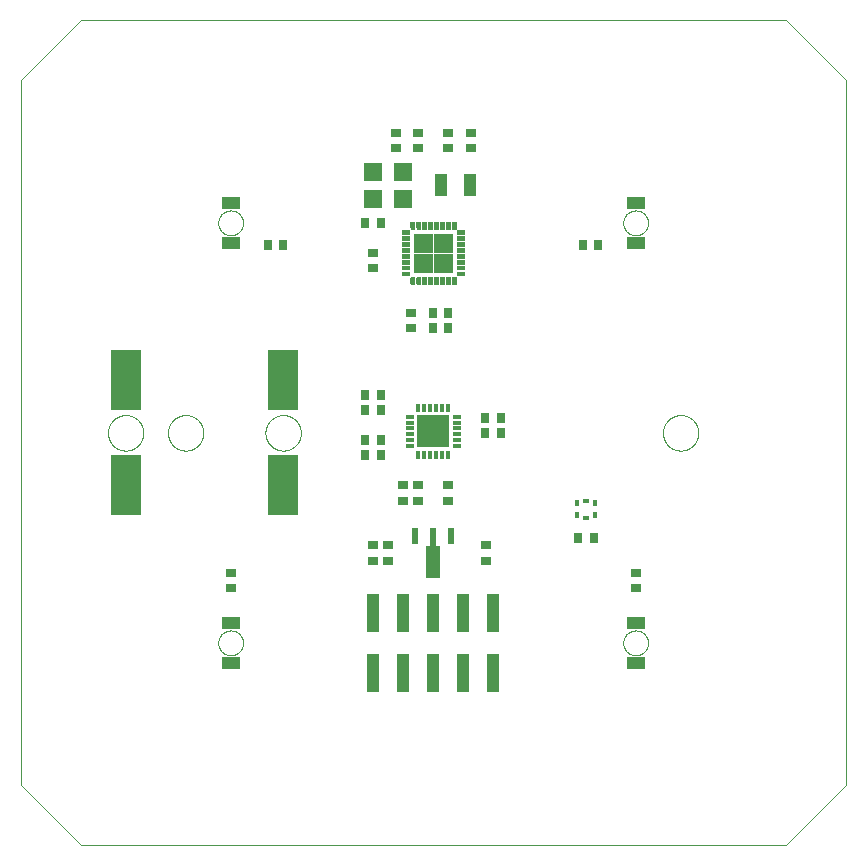
<source format=gtp>
G75*
%MOIN*%
%OFA0B0*%
%FSLAX25Y25*%
%IPPOS*%
%LPD*%
%AMOC8*
5,1,8,0,0,1.08239X$1,22.5*
%
%ADD10C,0.00000*%
%ADD11R,0.04000X0.13000*%
%ADD12R,0.01890X0.05512*%
%ADD13R,0.01890X0.06004*%
%ADD14R,0.04724X0.10728*%
%ADD15R,0.03543X0.02756*%
%ADD16R,0.04331X0.07480*%
%ADD17R,0.10000X0.20000*%
%ADD18R,0.02756X0.03543*%
%ADD19R,0.06299X0.04331*%
%ADD20R,0.01772X0.01969*%
%ADD21R,0.01969X0.01772*%
%ADD22R,0.01200X0.02400*%
%ADD23R,0.02400X0.01200*%
%ADD24C,0.00100*%
%ADD25R,0.03150X0.01181*%
%ADD26R,0.01181X0.03150*%
%ADD27R,0.10827X0.10827*%
%ADD28R,0.06299X0.05906*%
D10*
X0033342Y0048933D02*
X0033342Y0283933D01*
X0053342Y0303933D01*
X0058302Y0303894D01*
X0053342Y0303933D02*
X0288342Y0303933D01*
X0308342Y0283933D01*
X0308342Y0048933D01*
X0288342Y0028933D01*
X0053342Y0028933D01*
X0033342Y0048933D01*
X0099208Y0096433D02*
X0099210Y0096561D01*
X0099216Y0096689D01*
X0099226Y0096816D01*
X0099240Y0096944D01*
X0099257Y0097070D01*
X0099279Y0097196D01*
X0099305Y0097322D01*
X0099334Y0097446D01*
X0099367Y0097570D01*
X0099404Y0097692D01*
X0099445Y0097813D01*
X0099490Y0097933D01*
X0099538Y0098052D01*
X0099590Y0098169D01*
X0099646Y0098284D01*
X0099705Y0098398D01*
X0099767Y0098509D01*
X0099833Y0098619D01*
X0099902Y0098726D01*
X0099975Y0098832D01*
X0100051Y0098935D01*
X0100130Y0099035D01*
X0100212Y0099134D01*
X0100297Y0099229D01*
X0100385Y0099322D01*
X0100476Y0099412D01*
X0100569Y0099499D01*
X0100666Y0099584D01*
X0100764Y0099665D01*
X0100866Y0099743D01*
X0100969Y0099818D01*
X0101075Y0099890D01*
X0101183Y0099959D01*
X0101293Y0100024D01*
X0101406Y0100085D01*
X0101520Y0100144D01*
X0101635Y0100198D01*
X0101753Y0100249D01*
X0101871Y0100297D01*
X0101992Y0100340D01*
X0102113Y0100380D01*
X0102236Y0100416D01*
X0102360Y0100449D01*
X0102485Y0100477D01*
X0102610Y0100502D01*
X0102736Y0100522D01*
X0102863Y0100539D01*
X0102991Y0100552D01*
X0103118Y0100561D01*
X0103246Y0100566D01*
X0103374Y0100567D01*
X0103502Y0100564D01*
X0103630Y0100557D01*
X0103757Y0100546D01*
X0103884Y0100531D01*
X0104011Y0100513D01*
X0104137Y0100490D01*
X0104262Y0100463D01*
X0104386Y0100433D01*
X0104509Y0100399D01*
X0104632Y0100361D01*
X0104753Y0100319D01*
X0104872Y0100273D01*
X0104990Y0100224D01*
X0105107Y0100171D01*
X0105222Y0100115D01*
X0105335Y0100055D01*
X0105446Y0099992D01*
X0105555Y0099925D01*
X0105662Y0099855D01*
X0105767Y0099781D01*
X0105869Y0099705D01*
X0105969Y0099625D01*
X0106067Y0099542D01*
X0106162Y0099456D01*
X0106254Y0099367D01*
X0106343Y0099276D01*
X0106430Y0099182D01*
X0106513Y0099085D01*
X0106594Y0098985D01*
X0106671Y0098884D01*
X0106746Y0098779D01*
X0106817Y0098673D01*
X0106884Y0098564D01*
X0106949Y0098454D01*
X0107009Y0098341D01*
X0107067Y0098227D01*
X0107120Y0098111D01*
X0107170Y0097993D01*
X0107217Y0097874D01*
X0107260Y0097753D01*
X0107299Y0097631D01*
X0107334Y0097508D01*
X0107365Y0097384D01*
X0107393Y0097259D01*
X0107416Y0097133D01*
X0107436Y0097007D01*
X0107452Y0096880D01*
X0107464Y0096753D01*
X0107472Y0096625D01*
X0107476Y0096497D01*
X0107476Y0096369D01*
X0107472Y0096241D01*
X0107464Y0096113D01*
X0107452Y0095986D01*
X0107436Y0095859D01*
X0107416Y0095733D01*
X0107393Y0095607D01*
X0107365Y0095482D01*
X0107334Y0095358D01*
X0107299Y0095235D01*
X0107260Y0095113D01*
X0107217Y0094992D01*
X0107170Y0094873D01*
X0107120Y0094755D01*
X0107067Y0094639D01*
X0107009Y0094525D01*
X0106949Y0094412D01*
X0106884Y0094302D01*
X0106817Y0094193D01*
X0106746Y0094087D01*
X0106671Y0093982D01*
X0106594Y0093881D01*
X0106513Y0093781D01*
X0106430Y0093684D01*
X0106343Y0093590D01*
X0106254Y0093499D01*
X0106162Y0093410D01*
X0106067Y0093324D01*
X0105969Y0093241D01*
X0105869Y0093161D01*
X0105767Y0093085D01*
X0105662Y0093011D01*
X0105555Y0092941D01*
X0105446Y0092874D01*
X0105335Y0092811D01*
X0105222Y0092751D01*
X0105107Y0092695D01*
X0104990Y0092642D01*
X0104872Y0092593D01*
X0104753Y0092547D01*
X0104632Y0092505D01*
X0104509Y0092467D01*
X0104386Y0092433D01*
X0104262Y0092403D01*
X0104137Y0092376D01*
X0104011Y0092353D01*
X0103884Y0092335D01*
X0103757Y0092320D01*
X0103630Y0092309D01*
X0103502Y0092302D01*
X0103374Y0092299D01*
X0103246Y0092300D01*
X0103118Y0092305D01*
X0102991Y0092314D01*
X0102863Y0092327D01*
X0102736Y0092344D01*
X0102610Y0092364D01*
X0102485Y0092389D01*
X0102360Y0092417D01*
X0102236Y0092450D01*
X0102113Y0092486D01*
X0101992Y0092526D01*
X0101871Y0092569D01*
X0101753Y0092617D01*
X0101635Y0092668D01*
X0101520Y0092722D01*
X0101406Y0092781D01*
X0101293Y0092842D01*
X0101183Y0092907D01*
X0101075Y0092976D01*
X0100969Y0093048D01*
X0100866Y0093123D01*
X0100764Y0093201D01*
X0100666Y0093282D01*
X0100569Y0093367D01*
X0100476Y0093454D01*
X0100385Y0093544D01*
X0100297Y0093637D01*
X0100212Y0093732D01*
X0100130Y0093831D01*
X0100051Y0093931D01*
X0099975Y0094034D01*
X0099902Y0094140D01*
X0099833Y0094247D01*
X0099767Y0094357D01*
X0099705Y0094468D01*
X0099646Y0094582D01*
X0099590Y0094697D01*
X0099538Y0094814D01*
X0099490Y0094933D01*
X0099445Y0095053D01*
X0099404Y0095174D01*
X0099367Y0095296D01*
X0099334Y0095420D01*
X0099305Y0095544D01*
X0099279Y0095670D01*
X0099257Y0095796D01*
X0099240Y0095922D01*
X0099226Y0096050D01*
X0099216Y0096177D01*
X0099210Y0096305D01*
X0099208Y0096433D01*
X0082436Y0166433D02*
X0082438Y0166586D01*
X0082444Y0166740D01*
X0082454Y0166893D01*
X0082468Y0167045D01*
X0082486Y0167198D01*
X0082508Y0167349D01*
X0082533Y0167500D01*
X0082563Y0167651D01*
X0082597Y0167801D01*
X0082634Y0167949D01*
X0082675Y0168097D01*
X0082720Y0168243D01*
X0082769Y0168389D01*
X0082822Y0168533D01*
X0082878Y0168675D01*
X0082938Y0168816D01*
X0083002Y0168956D01*
X0083069Y0169094D01*
X0083140Y0169230D01*
X0083215Y0169364D01*
X0083292Y0169496D01*
X0083374Y0169626D01*
X0083458Y0169754D01*
X0083546Y0169880D01*
X0083637Y0170003D01*
X0083731Y0170124D01*
X0083829Y0170242D01*
X0083929Y0170358D01*
X0084033Y0170471D01*
X0084139Y0170582D01*
X0084248Y0170690D01*
X0084360Y0170795D01*
X0084474Y0170896D01*
X0084592Y0170995D01*
X0084711Y0171091D01*
X0084833Y0171184D01*
X0084958Y0171273D01*
X0085085Y0171360D01*
X0085214Y0171442D01*
X0085345Y0171522D01*
X0085478Y0171598D01*
X0085613Y0171671D01*
X0085750Y0171740D01*
X0085889Y0171805D01*
X0086029Y0171867D01*
X0086171Y0171925D01*
X0086314Y0171980D01*
X0086459Y0172031D01*
X0086605Y0172078D01*
X0086752Y0172121D01*
X0086900Y0172160D01*
X0087049Y0172196D01*
X0087199Y0172227D01*
X0087350Y0172255D01*
X0087501Y0172279D01*
X0087654Y0172299D01*
X0087806Y0172315D01*
X0087959Y0172327D01*
X0088112Y0172335D01*
X0088265Y0172339D01*
X0088419Y0172339D01*
X0088572Y0172335D01*
X0088725Y0172327D01*
X0088878Y0172315D01*
X0089030Y0172299D01*
X0089183Y0172279D01*
X0089334Y0172255D01*
X0089485Y0172227D01*
X0089635Y0172196D01*
X0089784Y0172160D01*
X0089932Y0172121D01*
X0090079Y0172078D01*
X0090225Y0172031D01*
X0090370Y0171980D01*
X0090513Y0171925D01*
X0090655Y0171867D01*
X0090795Y0171805D01*
X0090934Y0171740D01*
X0091071Y0171671D01*
X0091206Y0171598D01*
X0091339Y0171522D01*
X0091470Y0171442D01*
X0091599Y0171360D01*
X0091726Y0171273D01*
X0091851Y0171184D01*
X0091973Y0171091D01*
X0092092Y0170995D01*
X0092210Y0170896D01*
X0092324Y0170795D01*
X0092436Y0170690D01*
X0092545Y0170582D01*
X0092651Y0170471D01*
X0092755Y0170358D01*
X0092855Y0170242D01*
X0092953Y0170124D01*
X0093047Y0170003D01*
X0093138Y0169880D01*
X0093226Y0169754D01*
X0093310Y0169626D01*
X0093392Y0169496D01*
X0093469Y0169364D01*
X0093544Y0169230D01*
X0093615Y0169094D01*
X0093682Y0168956D01*
X0093746Y0168816D01*
X0093806Y0168675D01*
X0093862Y0168533D01*
X0093915Y0168389D01*
X0093964Y0168243D01*
X0094009Y0168097D01*
X0094050Y0167949D01*
X0094087Y0167801D01*
X0094121Y0167651D01*
X0094151Y0167500D01*
X0094176Y0167349D01*
X0094198Y0167198D01*
X0094216Y0167045D01*
X0094230Y0166893D01*
X0094240Y0166740D01*
X0094246Y0166586D01*
X0094248Y0166433D01*
X0094246Y0166280D01*
X0094240Y0166126D01*
X0094230Y0165973D01*
X0094216Y0165821D01*
X0094198Y0165668D01*
X0094176Y0165517D01*
X0094151Y0165366D01*
X0094121Y0165215D01*
X0094087Y0165065D01*
X0094050Y0164917D01*
X0094009Y0164769D01*
X0093964Y0164623D01*
X0093915Y0164477D01*
X0093862Y0164333D01*
X0093806Y0164191D01*
X0093746Y0164050D01*
X0093682Y0163910D01*
X0093615Y0163772D01*
X0093544Y0163636D01*
X0093469Y0163502D01*
X0093392Y0163370D01*
X0093310Y0163240D01*
X0093226Y0163112D01*
X0093138Y0162986D01*
X0093047Y0162863D01*
X0092953Y0162742D01*
X0092855Y0162624D01*
X0092755Y0162508D01*
X0092651Y0162395D01*
X0092545Y0162284D01*
X0092436Y0162176D01*
X0092324Y0162071D01*
X0092210Y0161970D01*
X0092092Y0161871D01*
X0091973Y0161775D01*
X0091851Y0161682D01*
X0091726Y0161593D01*
X0091599Y0161506D01*
X0091470Y0161424D01*
X0091339Y0161344D01*
X0091206Y0161268D01*
X0091071Y0161195D01*
X0090934Y0161126D01*
X0090795Y0161061D01*
X0090655Y0160999D01*
X0090513Y0160941D01*
X0090370Y0160886D01*
X0090225Y0160835D01*
X0090079Y0160788D01*
X0089932Y0160745D01*
X0089784Y0160706D01*
X0089635Y0160670D01*
X0089485Y0160639D01*
X0089334Y0160611D01*
X0089183Y0160587D01*
X0089030Y0160567D01*
X0088878Y0160551D01*
X0088725Y0160539D01*
X0088572Y0160531D01*
X0088419Y0160527D01*
X0088265Y0160527D01*
X0088112Y0160531D01*
X0087959Y0160539D01*
X0087806Y0160551D01*
X0087654Y0160567D01*
X0087501Y0160587D01*
X0087350Y0160611D01*
X0087199Y0160639D01*
X0087049Y0160670D01*
X0086900Y0160706D01*
X0086752Y0160745D01*
X0086605Y0160788D01*
X0086459Y0160835D01*
X0086314Y0160886D01*
X0086171Y0160941D01*
X0086029Y0160999D01*
X0085889Y0161061D01*
X0085750Y0161126D01*
X0085613Y0161195D01*
X0085478Y0161268D01*
X0085345Y0161344D01*
X0085214Y0161424D01*
X0085085Y0161506D01*
X0084958Y0161593D01*
X0084833Y0161682D01*
X0084711Y0161775D01*
X0084592Y0161871D01*
X0084474Y0161970D01*
X0084360Y0162071D01*
X0084248Y0162176D01*
X0084139Y0162284D01*
X0084033Y0162395D01*
X0083929Y0162508D01*
X0083829Y0162624D01*
X0083731Y0162742D01*
X0083637Y0162863D01*
X0083546Y0162986D01*
X0083458Y0163112D01*
X0083374Y0163240D01*
X0083292Y0163370D01*
X0083215Y0163502D01*
X0083140Y0163636D01*
X0083069Y0163772D01*
X0083002Y0163910D01*
X0082938Y0164050D01*
X0082878Y0164191D01*
X0082822Y0164333D01*
X0082769Y0164477D01*
X0082720Y0164623D01*
X0082675Y0164769D01*
X0082634Y0164917D01*
X0082597Y0165065D01*
X0082563Y0165215D01*
X0082533Y0165366D01*
X0082508Y0165517D01*
X0082486Y0165668D01*
X0082468Y0165821D01*
X0082454Y0165973D01*
X0082444Y0166126D01*
X0082438Y0166280D01*
X0082436Y0166433D01*
X0062436Y0166433D02*
X0062438Y0166586D01*
X0062444Y0166740D01*
X0062454Y0166893D01*
X0062468Y0167045D01*
X0062486Y0167198D01*
X0062508Y0167349D01*
X0062533Y0167500D01*
X0062563Y0167651D01*
X0062597Y0167801D01*
X0062634Y0167949D01*
X0062675Y0168097D01*
X0062720Y0168243D01*
X0062769Y0168389D01*
X0062822Y0168533D01*
X0062878Y0168675D01*
X0062938Y0168816D01*
X0063002Y0168956D01*
X0063069Y0169094D01*
X0063140Y0169230D01*
X0063215Y0169364D01*
X0063292Y0169496D01*
X0063374Y0169626D01*
X0063458Y0169754D01*
X0063546Y0169880D01*
X0063637Y0170003D01*
X0063731Y0170124D01*
X0063829Y0170242D01*
X0063929Y0170358D01*
X0064033Y0170471D01*
X0064139Y0170582D01*
X0064248Y0170690D01*
X0064360Y0170795D01*
X0064474Y0170896D01*
X0064592Y0170995D01*
X0064711Y0171091D01*
X0064833Y0171184D01*
X0064958Y0171273D01*
X0065085Y0171360D01*
X0065214Y0171442D01*
X0065345Y0171522D01*
X0065478Y0171598D01*
X0065613Y0171671D01*
X0065750Y0171740D01*
X0065889Y0171805D01*
X0066029Y0171867D01*
X0066171Y0171925D01*
X0066314Y0171980D01*
X0066459Y0172031D01*
X0066605Y0172078D01*
X0066752Y0172121D01*
X0066900Y0172160D01*
X0067049Y0172196D01*
X0067199Y0172227D01*
X0067350Y0172255D01*
X0067501Y0172279D01*
X0067654Y0172299D01*
X0067806Y0172315D01*
X0067959Y0172327D01*
X0068112Y0172335D01*
X0068265Y0172339D01*
X0068419Y0172339D01*
X0068572Y0172335D01*
X0068725Y0172327D01*
X0068878Y0172315D01*
X0069030Y0172299D01*
X0069183Y0172279D01*
X0069334Y0172255D01*
X0069485Y0172227D01*
X0069635Y0172196D01*
X0069784Y0172160D01*
X0069932Y0172121D01*
X0070079Y0172078D01*
X0070225Y0172031D01*
X0070370Y0171980D01*
X0070513Y0171925D01*
X0070655Y0171867D01*
X0070795Y0171805D01*
X0070934Y0171740D01*
X0071071Y0171671D01*
X0071206Y0171598D01*
X0071339Y0171522D01*
X0071470Y0171442D01*
X0071599Y0171360D01*
X0071726Y0171273D01*
X0071851Y0171184D01*
X0071973Y0171091D01*
X0072092Y0170995D01*
X0072210Y0170896D01*
X0072324Y0170795D01*
X0072436Y0170690D01*
X0072545Y0170582D01*
X0072651Y0170471D01*
X0072755Y0170358D01*
X0072855Y0170242D01*
X0072953Y0170124D01*
X0073047Y0170003D01*
X0073138Y0169880D01*
X0073226Y0169754D01*
X0073310Y0169626D01*
X0073392Y0169496D01*
X0073469Y0169364D01*
X0073544Y0169230D01*
X0073615Y0169094D01*
X0073682Y0168956D01*
X0073746Y0168816D01*
X0073806Y0168675D01*
X0073862Y0168533D01*
X0073915Y0168389D01*
X0073964Y0168243D01*
X0074009Y0168097D01*
X0074050Y0167949D01*
X0074087Y0167801D01*
X0074121Y0167651D01*
X0074151Y0167500D01*
X0074176Y0167349D01*
X0074198Y0167198D01*
X0074216Y0167045D01*
X0074230Y0166893D01*
X0074240Y0166740D01*
X0074246Y0166586D01*
X0074248Y0166433D01*
X0074246Y0166280D01*
X0074240Y0166126D01*
X0074230Y0165973D01*
X0074216Y0165821D01*
X0074198Y0165668D01*
X0074176Y0165517D01*
X0074151Y0165366D01*
X0074121Y0165215D01*
X0074087Y0165065D01*
X0074050Y0164917D01*
X0074009Y0164769D01*
X0073964Y0164623D01*
X0073915Y0164477D01*
X0073862Y0164333D01*
X0073806Y0164191D01*
X0073746Y0164050D01*
X0073682Y0163910D01*
X0073615Y0163772D01*
X0073544Y0163636D01*
X0073469Y0163502D01*
X0073392Y0163370D01*
X0073310Y0163240D01*
X0073226Y0163112D01*
X0073138Y0162986D01*
X0073047Y0162863D01*
X0072953Y0162742D01*
X0072855Y0162624D01*
X0072755Y0162508D01*
X0072651Y0162395D01*
X0072545Y0162284D01*
X0072436Y0162176D01*
X0072324Y0162071D01*
X0072210Y0161970D01*
X0072092Y0161871D01*
X0071973Y0161775D01*
X0071851Y0161682D01*
X0071726Y0161593D01*
X0071599Y0161506D01*
X0071470Y0161424D01*
X0071339Y0161344D01*
X0071206Y0161268D01*
X0071071Y0161195D01*
X0070934Y0161126D01*
X0070795Y0161061D01*
X0070655Y0160999D01*
X0070513Y0160941D01*
X0070370Y0160886D01*
X0070225Y0160835D01*
X0070079Y0160788D01*
X0069932Y0160745D01*
X0069784Y0160706D01*
X0069635Y0160670D01*
X0069485Y0160639D01*
X0069334Y0160611D01*
X0069183Y0160587D01*
X0069030Y0160567D01*
X0068878Y0160551D01*
X0068725Y0160539D01*
X0068572Y0160531D01*
X0068419Y0160527D01*
X0068265Y0160527D01*
X0068112Y0160531D01*
X0067959Y0160539D01*
X0067806Y0160551D01*
X0067654Y0160567D01*
X0067501Y0160587D01*
X0067350Y0160611D01*
X0067199Y0160639D01*
X0067049Y0160670D01*
X0066900Y0160706D01*
X0066752Y0160745D01*
X0066605Y0160788D01*
X0066459Y0160835D01*
X0066314Y0160886D01*
X0066171Y0160941D01*
X0066029Y0160999D01*
X0065889Y0161061D01*
X0065750Y0161126D01*
X0065613Y0161195D01*
X0065478Y0161268D01*
X0065345Y0161344D01*
X0065214Y0161424D01*
X0065085Y0161506D01*
X0064958Y0161593D01*
X0064833Y0161682D01*
X0064711Y0161775D01*
X0064592Y0161871D01*
X0064474Y0161970D01*
X0064360Y0162071D01*
X0064248Y0162176D01*
X0064139Y0162284D01*
X0064033Y0162395D01*
X0063929Y0162508D01*
X0063829Y0162624D01*
X0063731Y0162742D01*
X0063637Y0162863D01*
X0063546Y0162986D01*
X0063458Y0163112D01*
X0063374Y0163240D01*
X0063292Y0163370D01*
X0063215Y0163502D01*
X0063140Y0163636D01*
X0063069Y0163772D01*
X0063002Y0163910D01*
X0062938Y0164050D01*
X0062878Y0164191D01*
X0062822Y0164333D01*
X0062769Y0164477D01*
X0062720Y0164623D01*
X0062675Y0164769D01*
X0062634Y0164917D01*
X0062597Y0165065D01*
X0062563Y0165215D01*
X0062533Y0165366D01*
X0062508Y0165517D01*
X0062486Y0165668D01*
X0062468Y0165821D01*
X0062454Y0165973D01*
X0062444Y0166126D01*
X0062438Y0166280D01*
X0062436Y0166433D01*
X0114936Y0166433D02*
X0114938Y0166586D01*
X0114944Y0166740D01*
X0114954Y0166893D01*
X0114968Y0167045D01*
X0114986Y0167198D01*
X0115008Y0167349D01*
X0115033Y0167500D01*
X0115063Y0167651D01*
X0115097Y0167801D01*
X0115134Y0167949D01*
X0115175Y0168097D01*
X0115220Y0168243D01*
X0115269Y0168389D01*
X0115322Y0168533D01*
X0115378Y0168675D01*
X0115438Y0168816D01*
X0115502Y0168956D01*
X0115569Y0169094D01*
X0115640Y0169230D01*
X0115715Y0169364D01*
X0115792Y0169496D01*
X0115874Y0169626D01*
X0115958Y0169754D01*
X0116046Y0169880D01*
X0116137Y0170003D01*
X0116231Y0170124D01*
X0116329Y0170242D01*
X0116429Y0170358D01*
X0116533Y0170471D01*
X0116639Y0170582D01*
X0116748Y0170690D01*
X0116860Y0170795D01*
X0116974Y0170896D01*
X0117092Y0170995D01*
X0117211Y0171091D01*
X0117333Y0171184D01*
X0117458Y0171273D01*
X0117585Y0171360D01*
X0117714Y0171442D01*
X0117845Y0171522D01*
X0117978Y0171598D01*
X0118113Y0171671D01*
X0118250Y0171740D01*
X0118389Y0171805D01*
X0118529Y0171867D01*
X0118671Y0171925D01*
X0118814Y0171980D01*
X0118959Y0172031D01*
X0119105Y0172078D01*
X0119252Y0172121D01*
X0119400Y0172160D01*
X0119549Y0172196D01*
X0119699Y0172227D01*
X0119850Y0172255D01*
X0120001Y0172279D01*
X0120154Y0172299D01*
X0120306Y0172315D01*
X0120459Y0172327D01*
X0120612Y0172335D01*
X0120765Y0172339D01*
X0120919Y0172339D01*
X0121072Y0172335D01*
X0121225Y0172327D01*
X0121378Y0172315D01*
X0121530Y0172299D01*
X0121683Y0172279D01*
X0121834Y0172255D01*
X0121985Y0172227D01*
X0122135Y0172196D01*
X0122284Y0172160D01*
X0122432Y0172121D01*
X0122579Y0172078D01*
X0122725Y0172031D01*
X0122870Y0171980D01*
X0123013Y0171925D01*
X0123155Y0171867D01*
X0123295Y0171805D01*
X0123434Y0171740D01*
X0123571Y0171671D01*
X0123706Y0171598D01*
X0123839Y0171522D01*
X0123970Y0171442D01*
X0124099Y0171360D01*
X0124226Y0171273D01*
X0124351Y0171184D01*
X0124473Y0171091D01*
X0124592Y0170995D01*
X0124710Y0170896D01*
X0124824Y0170795D01*
X0124936Y0170690D01*
X0125045Y0170582D01*
X0125151Y0170471D01*
X0125255Y0170358D01*
X0125355Y0170242D01*
X0125453Y0170124D01*
X0125547Y0170003D01*
X0125638Y0169880D01*
X0125726Y0169754D01*
X0125810Y0169626D01*
X0125892Y0169496D01*
X0125969Y0169364D01*
X0126044Y0169230D01*
X0126115Y0169094D01*
X0126182Y0168956D01*
X0126246Y0168816D01*
X0126306Y0168675D01*
X0126362Y0168533D01*
X0126415Y0168389D01*
X0126464Y0168243D01*
X0126509Y0168097D01*
X0126550Y0167949D01*
X0126587Y0167801D01*
X0126621Y0167651D01*
X0126651Y0167500D01*
X0126676Y0167349D01*
X0126698Y0167198D01*
X0126716Y0167045D01*
X0126730Y0166893D01*
X0126740Y0166740D01*
X0126746Y0166586D01*
X0126748Y0166433D01*
X0126746Y0166280D01*
X0126740Y0166126D01*
X0126730Y0165973D01*
X0126716Y0165821D01*
X0126698Y0165668D01*
X0126676Y0165517D01*
X0126651Y0165366D01*
X0126621Y0165215D01*
X0126587Y0165065D01*
X0126550Y0164917D01*
X0126509Y0164769D01*
X0126464Y0164623D01*
X0126415Y0164477D01*
X0126362Y0164333D01*
X0126306Y0164191D01*
X0126246Y0164050D01*
X0126182Y0163910D01*
X0126115Y0163772D01*
X0126044Y0163636D01*
X0125969Y0163502D01*
X0125892Y0163370D01*
X0125810Y0163240D01*
X0125726Y0163112D01*
X0125638Y0162986D01*
X0125547Y0162863D01*
X0125453Y0162742D01*
X0125355Y0162624D01*
X0125255Y0162508D01*
X0125151Y0162395D01*
X0125045Y0162284D01*
X0124936Y0162176D01*
X0124824Y0162071D01*
X0124710Y0161970D01*
X0124592Y0161871D01*
X0124473Y0161775D01*
X0124351Y0161682D01*
X0124226Y0161593D01*
X0124099Y0161506D01*
X0123970Y0161424D01*
X0123839Y0161344D01*
X0123706Y0161268D01*
X0123571Y0161195D01*
X0123434Y0161126D01*
X0123295Y0161061D01*
X0123155Y0160999D01*
X0123013Y0160941D01*
X0122870Y0160886D01*
X0122725Y0160835D01*
X0122579Y0160788D01*
X0122432Y0160745D01*
X0122284Y0160706D01*
X0122135Y0160670D01*
X0121985Y0160639D01*
X0121834Y0160611D01*
X0121683Y0160587D01*
X0121530Y0160567D01*
X0121378Y0160551D01*
X0121225Y0160539D01*
X0121072Y0160531D01*
X0120919Y0160527D01*
X0120765Y0160527D01*
X0120612Y0160531D01*
X0120459Y0160539D01*
X0120306Y0160551D01*
X0120154Y0160567D01*
X0120001Y0160587D01*
X0119850Y0160611D01*
X0119699Y0160639D01*
X0119549Y0160670D01*
X0119400Y0160706D01*
X0119252Y0160745D01*
X0119105Y0160788D01*
X0118959Y0160835D01*
X0118814Y0160886D01*
X0118671Y0160941D01*
X0118529Y0160999D01*
X0118389Y0161061D01*
X0118250Y0161126D01*
X0118113Y0161195D01*
X0117978Y0161268D01*
X0117845Y0161344D01*
X0117714Y0161424D01*
X0117585Y0161506D01*
X0117458Y0161593D01*
X0117333Y0161682D01*
X0117211Y0161775D01*
X0117092Y0161871D01*
X0116974Y0161970D01*
X0116860Y0162071D01*
X0116748Y0162176D01*
X0116639Y0162284D01*
X0116533Y0162395D01*
X0116429Y0162508D01*
X0116329Y0162624D01*
X0116231Y0162742D01*
X0116137Y0162863D01*
X0116046Y0162986D01*
X0115958Y0163112D01*
X0115874Y0163240D01*
X0115792Y0163370D01*
X0115715Y0163502D01*
X0115640Y0163636D01*
X0115569Y0163772D01*
X0115502Y0163910D01*
X0115438Y0164050D01*
X0115378Y0164191D01*
X0115322Y0164333D01*
X0115269Y0164477D01*
X0115220Y0164623D01*
X0115175Y0164769D01*
X0115134Y0164917D01*
X0115097Y0165065D01*
X0115063Y0165215D01*
X0115033Y0165366D01*
X0115008Y0165517D01*
X0114986Y0165668D01*
X0114968Y0165821D01*
X0114954Y0165973D01*
X0114944Y0166126D01*
X0114938Y0166280D01*
X0114936Y0166433D01*
X0099208Y0236433D02*
X0099210Y0236561D01*
X0099216Y0236689D01*
X0099226Y0236816D01*
X0099240Y0236944D01*
X0099257Y0237070D01*
X0099279Y0237196D01*
X0099305Y0237322D01*
X0099334Y0237446D01*
X0099367Y0237570D01*
X0099404Y0237692D01*
X0099445Y0237813D01*
X0099490Y0237933D01*
X0099538Y0238052D01*
X0099590Y0238169D01*
X0099646Y0238284D01*
X0099705Y0238398D01*
X0099767Y0238509D01*
X0099833Y0238619D01*
X0099902Y0238726D01*
X0099975Y0238832D01*
X0100051Y0238935D01*
X0100130Y0239035D01*
X0100212Y0239134D01*
X0100297Y0239229D01*
X0100385Y0239322D01*
X0100476Y0239412D01*
X0100569Y0239499D01*
X0100666Y0239584D01*
X0100764Y0239665D01*
X0100866Y0239743D01*
X0100969Y0239818D01*
X0101075Y0239890D01*
X0101183Y0239959D01*
X0101293Y0240024D01*
X0101406Y0240085D01*
X0101520Y0240144D01*
X0101635Y0240198D01*
X0101753Y0240249D01*
X0101871Y0240297D01*
X0101992Y0240340D01*
X0102113Y0240380D01*
X0102236Y0240416D01*
X0102360Y0240449D01*
X0102485Y0240477D01*
X0102610Y0240502D01*
X0102736Y0240522D01*
X0102863Y0240539D01*
X0102991Y0240552D01*
X0103118Y0240561D01*
X0103246Y0240566D01*
X0103374Y0240567D01*
X0103502Y0240564D01*
X0103630Y0240557D01*
X0103757Y0240546D01*
X0103884Y0240531D01*
X0104011Y0240513D01*
X0104137Y0240490D01*
X0104262Y0240463D01*
X0104386Y0240433D01*
X0104509Y0240399D01*
X0104632Y0240361D01*
X0104753Y0240319D01*
X0104872Y0240273D01*
X0104990Y0240224D01*
X0105107Y0240171D01*
X0105222Y0240115D01*
X0105335Y0240055D01*
X0105446Y0239992D01*
X0105555Y0239925D01*
X0105662Y0239855D01*
X0105767Y0239781D01*
X0105869Y0239705D01*
X0105969Y0239625D01*
X0106067Y0239542D01*
X0106162Y0239456D01*
X0106254Y0239367D01*
X0106343Y0239276D01*
X0106430Y0239182D01*
X0106513Y0239085D01*
X0106594Y0238985D01*
X0106671Y0238884D01*
X0106746Y0238779D01*
X0106817Y0238673D01*
X0106884Y0238564D01*
X0106949Y0238454D01*
X0107009Y0238341D01*
X0107067Y0238227D01*
X0107120Y0238111D01*
X0107170Y0237993D01*
X0107217Y0237874D01*
X0107260Y0237753D01*
X0107299Y0237631D01*
X0107334Y0237508D01*
X0107365Y0237384D01*
X0107393Y0237259D01*
X0107416Y0237133D01*
X0107436Y0237007D01*
X0107452Y0236880D01*
X0107464Y0236753D01*
X0107472Y0236625D01*
X0107476Y0236497D01*
X0107476Y0236369D01*
X0107472Y0236241D01*
X0107464Y0236113D01*
X0107452Y0235986D01*
X0107436Y0235859D01*
X0107416Y0235733D01*
X0107393Y0235607D01*
X0107365Y0235482D01*
X0107334Y0235358D01*
X0107299Y0235235D01*
X0107260Y0235113D01*
X0107217Y0234992D01*
X0107170Y0234873D01*
X0107120Y0234755D01*
X0107067Y0234639D01*
X0107009Y0234525D01*
X0106949Y0234412D01*
X0106884Y0234302D01*
X0106817Y0234193D01*
X0106746Y0234087D01*
X0106671Y0233982D01*
X0106594Y0233881D01*
X0106513Y0233781D01*
X0106430Y0233684D01*
X0106343Y0233590D01*
X0106254Y0233499D01*
X0106162Y0233410D01*
X0106067Y0233324D01*
X0105969Y0233241D01*
X0105869Y0233161D01*
X0105767Y0233085D01*
X0105662Y0233011D01*
X0105555Y0232941D01*
X0105446Y0232874D01*
X0105335Y0232811D01*
X0105222Y0232751D01*
X0105107Y0232695D01*
X0104990Y0232642D01*
X0104872Y0232593D01*
X0104753Y0232547D01*
X0104632Y0232505D01*
X0104509Y0232467D01*
X0104386Y0232433D01*
X0104262Y0232403D01*
X0104137Y0232376D01*
X0104011Y0232353D01*
X0103884Y0232335D01*
X0103757Y0232320D01*
X0103630Y0232309D01*
X0103502Y0232302D01*
X0103374Y0232299D01*
X0103246Y0232300D01*
X0103118Y0232305D01*
X0102991Y0232314D01*
X0102863Y0232327D01*
X0102736Y0232344D01*
X0102610Y0232364D01*
X0102485Y0232389D01*
X0102360Y0232417D01*
X0102236Y0232450D01*
X0102113Y0232486D01*
X0101992Y0232526D01*
X0101871Y0232569D01*
X0101753Y0232617D01*
X0101635Y0232668D01*
X0101520Y0232722D01*
X0101406Y0232781D01*
X0101293Y0232842D01*
X0101183Y0232907D01*
X0101075Y0232976D01*
X0100969Y0233048D01*
X0100866Y0233123D01*
X0100764Y0233201D01*
X0100666Y0233282D01*
X0100569Y0233367D01*
X0100476Y0233454D01*
X0100385Y0233544D01*
X0100297Y0233637D01*
X0100212Y0233732D01*
X0100130Y0233831D01*
X0100051Y0233931D01*
X0099975Y0234034D01*
X0099902Y0234140D01*
X0099833Y0234247D01*
X0099767Y0234357D01*
X0099705Y0234468D01*
X0099646Y0234582D01*
X0099590Y0234697D01*
X0099538Y0234814D01*
X0099490Y0234933D01*
X0099445Y0235053D01*
X0099404Y0235174D01*
X0099367Y0235296D01*
X0099334Y0235420D01*
X0099305Y0235544D01*
X0099279Y0235670D01*
X0099257Y0235796D01*
X0099240Y0235922D01*
X0099226Y0236050D01*
X0099216Y0236177D01*
X0099210Y0236305D01*
X0099208Y0236433D01*
X0234208Y0236433D02*
X0234210Y0236561D01*
X0234216Y0236689D01*
X0234226Y0236816D01*
X0234240Y0236944D01*
X0234257Y0237070D01*
X0234279Y0237196D01*
X0234305Y0237322D01*
X0234334Y0237446D01*
X0234367Y0237570D01*
X0234404Y0237692D01*
X0234445Y0237813D01*
X0234490Y0237933D01*
X0234538Y0238052D01*
X0234590Y0238169D01*
X0234646Y0238284D01*
X0234705Y0238398D01*
X0234767Y0238509D01*
X0234833Y0238619D01*
X0234902Y0238726D01*
X0234975Y0238832D01*
X0235051Y0238935D01*
X0235130Y0239035D01*
X0235212Y0239134D01*
X0235297Y0239229D01*
X0235385Y0239322D01*
X0235476Y0239412D01*
X0235569Y0239499D01*
X0235666Y0239584D01*
X0235764Y0239665D01*
X0235866Y0239743D01*
X0235969Y0239818D01*
X0236075Y0239890D01*
X0236183Y0239959D01*
X0236293Y0240024D01*
X0236406Y0240085D01*
X0236520Y0240144D01*
X0236635Y0240198D01*
X0236753Y0240249D01*
X0236871Y0240297D01*
X0236992Y0240340D01*
X0237113Y0240380D01*
X0237236Y0240416D01*
X0237360Y0240449D01*
X0237485Y0240477D01*
X0237610Y0240502D01*
X0237736Y0240522D01*
X0237863Y0240539D01*
X0237991Y0240552D01*
X0238118Y0240561D01*
X0238246Y0240566D01*
X0238374Y0240567D01*
X0238502Y0240564D01*
X0238630Y0240557D01*
X0238757Y0240546D01*
X0238884Y0240531D01*
X0239011Y0240513D01*
X0239137Y0240490D01*
X0239262Y0240463D01*
X0239386Y0240433D01*
X0239509Y0240399D01*
X0239632Y0240361D01*
X0239753Y0240319D01*
X0239872Y0240273D01*
X0239990Y0240224D01*
X0240107Y0240171D01*
X0240222Y0240115D01*
X0240335Y0240055D01*
X0240446Y0239992D01*
X0240555Y0239925D01*
X0240662Y0239855D01*
X0240767Y0239781D01*
X0240869Y0239705D01*
X0240969Y0239625D01*
X0241067Y0239542D01*
X0241162Y0239456D01*
X0241254Y0239367D01*
X0241343Y0239276D01*
X0241430Y0239182D01*
X0241513Y0239085D01*
X0241594Y0238985D01*
X0241671Y0238884D01*
X0241746Y0238779D01*
X0241817Y0238673D01*
X0241884Y0238564D01*
X0241949Y0238454D01*
X0242009Y0238341D01*
X0242067Y0238227D01*
X0242120Y0238111D01*
X0242170Y0237993D01*
X0242217Y0237874D01*
X0242260Y0237753D01*
X0242299Y0237631D01*
X0242334Y0237508D01*
X0242365Y0237384D01*
X0242393Y0237259D01*
X0242416Y0237133D01*
X0242436Y0237007D01*
X0242452Y0236880D01*
X0242464Y0236753D01*
X0242472Y0236625D01*
X0242476Y0236497D01*
X0242476Y0236369D01*
X0242472Y0236241D01*
X0242464Y0236113D01*
X0242452Y0235986D01*
X0242436Y0235859D01*
X0242416Y0235733D01*
X0242393Y0235607D01*
X0242365Y0235482D01*
X0242334Y0235358D01*
X0242299Y0235235D01*
X0242260Y0235113D01*
X0242217Y0234992D01*
X0242170Y0234873D01*
X0242120Y0234755D01*
X0242067Y0234639D01*
X0242009Y0234525D01*
X0241949Y0234412D01*
X0241884Y0234302D01*
X0241817Y0234193D01*
X0241746Y0234087D01*
X0241671Y0233982D01*
X0241594Y0233881D01*
X0241513Y0233781D01*
X0241430Y0233684D01*
X0241343Y0233590D01*
X0241254Y0233499D01*
X0241162Y0233410D01*
X0241067Y0233324D01*
X0240969Y0233241D01*
X0240869Y0233161D01*
X0240767Y0233085D01*
X0240662Y0233011D01*
X0240555Y0232941D01*
X0240446Y0232874D01*
X0240335Y0232811D01*
X0240222Y0232751D01*
X0240107Y0232695D01*
X0239990Y0232642D01*
X0239872Y0232593D01*
X0239753Y0232547D01*
X0239632Y0232505D01*
X0239509Y0232467D01*
X0239386Y0232433D01*
X0239262Y0232403D01*
X0239137Y0232376D01*
X0239011Y0232353D01*
X0238884Y0232335D01*
X0238757Y0232320D01*
X0238630Y0232309D01*
X0238502Y0232302D01*
X0238374Y0232299D01*
X0238246Y0232300D01*
X0238118Y0232305D01*
X0237991Y0232314D01*
X0237863Y0232327D01*
X0237736Y0232344D01*
X0237610Y0232364D01*
X0237485Y0232389D01*
X0237360Y0232417D01*
X0237236Y0232450D01*
X0237113Y0232486D01*
X0236992Y0232526D01*
X0236871Y0232569D01*
X0236753Y0232617D01*
X0236635Y0232668D01*
X0236520Y0232722D01*
X0236406Y0232781D01*
X0236293Y0232842D01*
X0236183Y0232907D01*
X0236075Y0232976D01*
X0235969Y0233048D01*
X0235866Y0233123D01*
X0235764Y0233201D01*
X0235666Y0233282D01*
X0235569Y0233367D01*
X0235476Y0233454D01*
X0235385Y0233544D01*
X0235297Y0233637D01*
X0235212Y0233732D01*
X0235130Y0233831D01*
X0235051Y0233931D01*
X0234975Y0234034D01*
X0234902Y0234140D01*
X0234833Y0234247D01*
X0234767Y0234357D01*
X0234705Y0234468D01*
X0234646Y0234582D01*
X0234590Y0234697D01*
X0234538Y0234814D01*
X0234490Y0234933D01*
X0234445Y0235053D01*
X0234404Y0235174D01*
X0234367Y0235296D01*
X0234334Y0235420D01*
X0234305Y0235544D01*
X0234279Y0235670D01*
X0234257Y0235796D01*
X0234240Y0235922D01*
X0234226Y0236050D01*
X0234216Y0236177D01*
X0234210Y0236305D01*
X0234208Y0236433D01*
X0247436Y0166433D02*
X0247438Y0166586D01*
X0247444Y0166740D01*
X0247454Y0166893D01*
X0247468Y0167045D01*
X0247486Y0167198D01*
X0247508Y0167349D01*
X0247533Y0167500D01*
X0247563Y0167651D01*
X0247597Y0167801D01*
X0247634Y0167949D01*
X0247675Y0168097D01*
X0247720Y0168243D01*
X0247769Y0168389D01*
X0247822Y0168533D01*
X0247878Y0168675D01*
X0247938Y0168816D01*
X0248002Y0168956D01*
X0248069Y0169094D01*
X0248140Y0169230D01*
X0248215Y0169364D01*
X0248292Y0169496D01*
X0248374Y0169626D01*
X0248458Y0169754D01*
X0248546Y0169880D01*
X0248637Y0170003D01*
X0248731Y0170124D01*
X0248829Y0170242D01*
X0248929Y0170358D01*
X0249033Y0170471D01*
X0249139Y0170582D01*
X0249248Y0170690D01*
X0249360Y0170795D01*
X0249474Y0170896D01*
X0249592Y0170995D01*
X0249711Y0171091D01*
X0249833Y0171184D01*
X0249958Y0171273D01*
X0250085Y0171360D01*
X0250214Y0171442D01*
X0250345Y0171522D01*
X0250478Y0171598D01*
X0250613Y0171671D01*
X0250750Y0171740D01*
X0250889Y0171805D01*
X0251029Y0171867D01*
X0251171Y0171925D01*
X0251314Y0171980D01*
X0251459Y0172031D01*
X0251605Y0172078D01*
X0251752Y0172121D01*
X0251900Y0172160D01*
X0252049Y0172196D01*
X0252199Y0172227D01*
X0252350Y0172255D01*
X0252501Y0172279D01*
X0252654Y0172299D01*
X0252806Y0172315D01*
X0252959Y0172327D01*
X0253112Y0172335D01*
X0253265Y0172339D01*
X0253419Y0172339D01*
X0253572Y0172335D01*
X0253725Y0172327D01*
X0253878Y0172315D01*
X0254030Y0172299D01*
X0254183Y0172279D01*
X0254334Y0172255D01*
X0254485Y0172227D01*
X0254635Y0172196D01*
X0254784Y0172160D01*
X0254932Y0172121D01*
X0255079Y0172078D01*
X0255225Y0172031D01*
X0255370Y0171980D01*
X0255513Y0171925D01*
X0255655Y0171867D01*
X0255795Y0171805D01*
X0255934Y0171740D01*
X0256071Y0171671D01*
X0256206Y0171598D01*
X0256339Y0171522D01*
X0256470Y0171442D01*
X0256599Y0171360D01*
X0256726Y0171273D01*
X0256851Y0171184D01*
X0256973Y0171091D01*
X0257092Y0170995D01*
X0257210Y0170896D01*
X0257324Y0170795D01*
X0257436Y0170690D01*
X0257545Y0170582D01*
X0257651Y0170471D01*
X0257755Y0170358D01*
X0257855Y0170242D01*
X0257953Y0170124D01*
X0258047Y0170003D01*
X0258138Y0169880D01*
X0258226Y0169754D01*
X0258310Y0169626D01*
X0258392Y0169496D01*
X0258469Y0169364D01*
X0258544Y0169230D01*
X0258615Y0169094D01*
X0258682Y0168956D01*
X0258746Y0168816D01*
X0258806Y0168675D01*
X0258862Y0168533D01*
X0258915Y0168389D01*
X0258964Y0168243D01*
X0259009Y0168097D01*
X0259050Y0167949D01*
X0259087Y0167801D01*
X0259121Y0167651D01*
X0259151Y0167500D01*
X0259176Y0167349D01*
X0259198Y0167198D01*
X0259216Y0167045D01*
X0259230Y0166893D01*
X0259240Y0166740D01*
X0259246Y0166586D01*
X0259248Y0166433D01*
X0259246Y0166280D01*
X0259240Y0166126D01*
X0259230Y0165973D01*
X0259216Y0165821D01*
X0259198Y0165668D01*
X0259176Y0165517D01*
X0259151Y0165366D01*
X0259121Y0165215D01*
X0259087Y0165065D01*
X0259050Y0164917D01*
X0259009Y0164769D01*
X0258964Y0164623D01*
X0258915Y0164477D01*
X0258862Y0164333D01*
X0258806Y0164191D01*
X0258746Y0164050D01*
X0258682Y0163910D01*
X0258615Y0163772D01*
X0258544Y0163636D01*
X0258469Y0163502D01*
X0258392Y0163370D01*
X0258310Y0163240D01*
X0258226Y0163112D01*
X0258138Y0162986D01*
X0258047Y0162863D01*
X0257953Y0162742D01*
X0257855Y0162624D01*
X0257755Y0162508D01*
X0257651Y0162395D01*
X0257545Y0162284D01*
X0257436Y0162176D01*
X0257324Y0162071D01*
X0257210Y0161970D01*
X0257092Y0161871D01*
X0256973Y0161775D01*
X0256851Y0161682D01*
X0256726Y0161593D01*
X0256599Y0161506D01*
X0256470Y0161424D01*
X0256339Y0161344D01*
X0256206Y0161268D01*
X0256071Y0161195D01*
X0255934Y0161126D01*
X0255795Y0161061D01*
X0255655Y0160999D01*
X0255513Y0160941D01*
X0255370Y0160886D01*
X0255225Y0160835D01*
X0255079Y0160788D01*
X0254932Y0160745D01*
X0254784Y0160706D01*
X0254635Y0160670D01*
X0254485Y0160639D01*
X0254334Y0160611D01*
X0254183Y0160587D01*
X0254030Y0160567D01*
X0253878Y0160551D01*
X0253725Y0160539D01*
X0253572Y0160531D01*
X0253419Y0160527D01*
X0253265Y0160527D01*
X0253112Y0160531D01*
X0252959Y0160539D01*
X0252806Y0160551D01*
X0252654Y0160567D01*
X0252501Y0160587D01*
X0252350Y0160611D01*
X0252199Y0160639D01*
X0252049Y0160670D01*
X0251900Y0160706D01*
X0251752Y0160745D01*
X0251605Y0160788D01*
X0251459Y0160835D01*
X0251314Y0160886D01*
X0251171Y0160941D01*
X0251029Y0160999D01*
X0250889Y0161061D01*
X0250750Y0161126D01*
X0250613Y0161195D01*
X0250478Y0161268D01*
X0250345Y0161344D01*
X0250214Y0161424D01*
X0250085Y0161506D01*
X0249958Y0161593D01*
X0249833Y0161682D01*
X0249711Y0161775D01*
X0249592Y0161871D01*
X0249474Y0161970D01*
X0249360Y0162071D01*
X0249248Y0162176D01*
X0249139Y0162284D01*
X0249033Y0162395D01*
X0248929Y0162508D01*
X0248829Y0162624D01*
X0248731Y0162742D01*
X0248637Y0162863D01*
X0248546Y0162986D01*
X0248458Y0163112D01*
X0248374Y0163240D01*
X0248292Y0163370D01*
X0248215Y0163502D01*
X0248140Y0163636D01*
X0248069Y0163772D01*
X0248002Y0163910D01*
X0247938Y0164050D01*
X0247878Y0164191D01*
X0247822Y0164333D01*
X0247769Y0164477D01*
X0247720Y0164623D01*
X0247675Y0164769D01*
X0247634Y0164917D01*
X0247597Y0165065D01*
X0247563Y0165215D01*
X0247533Y0165366D01*
X0247508Y0165517D01*
X0247486Y0165668D01*
X0247468Y0165821D01*
X0247454Y0165973D01*
X0247444Y0166126D01*
X0247438Y0166280D01*
X0247436Y0166433D01*
X0234208Y0096433D02*
X0234210Y0096561D01*
X0234216Y0096689D01*
X0234226Y0096816D01*
X0234240Y0096944D01*
X0234257Y0097070D01*
X0234279Y0097196D01*
X0234305Y0097322D01*
X0234334Y0097446D01*
X0234367Y0097570D01*
X0234404Y0097692D01*
X0234445Y0097813D01*
X0234490Y0097933D01*
X0234538Y0098052D01*
X0234590Y0098169D01*
X0234646Y0098284D01*
X0234705Y0098398D01*
X0234767Y0098509D01*
X0234833Y0098619D01*
X0234902Y0098726D01*
X0234975Y0098832D01*
X0235051Y0098935D01*
X0235130Y0099035D01*
X0235212Y0099134D01*
X0235297Y0099229D01*
X0235385Y0099322D01*
X0235476Y0099412D01*
X0235569Y0099499D01*
X0235666Y0099584D01*
X0235764Y0099665D01*
X0235866Y0099743D01*
X0235969Y0099818D01*
X0236075Y0099890D01*
X0236183Y0099959D01*
X0236293Y0100024D01*
X0236406Y0100085D01*
X0236520Y0100144D01*
X0236635Y0100198D01*
X0236753Y0100249D01*
X0236871Y0100297D01*
X0236992Y0100340D01*
X0237113Y0100380D01*
X0237236Y0100416D01*
X0237360Y0100449D01*
X0237485Y0100477D01*
X0237610Y0100502D01*
X0237736Y0100522D01*
X0237863Y0100539D01*
X0237991Y0100552D01*
X0238118Y0100561D01*
X0238246Y0100566D01*
X0238374Y0100567D01*
X0238502Y0100564D01*
X0238630Y0100557D01*
X0238757Y0100546D01*
X0238884Y0100531D01*
X0239011Y0100513D01*
X0239137Y0100490D01*
X0239262Y0100463D01*
X0239386Y0100433D01*
X0239509Y0100399D01*
X0239632Y0100361D01*
X0239753Y0100319D01*
X0239872Y0100273D01*
X0239990Y0100224D01*
X0240107Y0100171D01*
X0240222Y0100115D01*
X0240335Y0100055D01*
X0240446Y0099992D01*
X0240555Y0099925D01*
X0240662Y0099855D01*
X0240767Y0099781D01*
X0240869Y0099705D01*
X0240969Y0099625D01*
X0241067Y0099542D01*
X0241162Y0099456D01*
X0241254Y0099367D01*
X0241343Y0099276D01*
X0241430Y0099182D01*
X0241513Y0099085D01*
X0241594Y0098985D01*
X0241671Y0098884D01*
X0241746Y0098779D01*
X0241817Y0098673D01*
X0241884Y0098564D01*
X0241949Y0098454D01*
X0242009Y0098341D01*
X0242067Y0098227D01*
X0242120Y0098111D01*
X0242170Y0097993D01*
X0242217Y0097874D01*
X0242260Y0097753D01*
X0242299Y0097631D01*
X0242334Y0097508D01*
X0242365Y0097384D01*
X0242393Y0097259D01*
X0242416Y0097133D01*
X0242436Y0097007D01*
X0242452Y0096880D01*
X0242464Y0096753D01*
X0242472Y0096625D01*
X0242476Y0096497D01*
X0242476Y0096369D01*
X0242472Y0096241D01*
X0242464Y0096113D01*
X0242452Y0095986D01*
X0242436Y0095859D01*
X0242416Y0095733D01*
X0242393Y0095607D01*
X0242365Y0095482D01*
X0242334Y0095358D01*
X0242299Y0095235D01*
X0242260Y0095113D01*
X0242217Y0094992D01*
X0242170Y0094873D01*
X0242120Y0094755D01*
X0242067Y0094639D01*
X0242009Y0094525D01*
X0241949Y0094412D01*
X0241884Y0094302D01*
X0241817Y0094193D01*
X0241746Y0094087D01*
X0241671Y0093982D01*
X0241594Y0093881D01*
X0241513Y0093781D01*
X0241430Y0093684D01*
X0241343Y0093590D01*
X0241254Y0093499D01*
X0241162Y0093410D01*
X0241067Y0093324D01*
X0240969Y0093241D01*
X0240869Y0093161D01*
X0240767Y0093085D01*
X0240662Y0093011D01*
X0240555Y0092941D01*
X0240446Y0092874D01*
X0240335Y0092811D01*
X0240222Y0092751D01*
X0240107Y0092695D01*
X0239990Y0092642D01*
X0239872Y0092593D01*
X0239753Y0092547D01*
X0239632Y0092505D01*
X0239509Y0092467D01*
X0239386Y0092433D01*
X0239262Y0092403D01*
X0239137Y0092376D01*
X0239011Y0092353D01*
X0238884Y0092335D01*
X0238757Y0092320D01*
X0238630Y0092309D01*
X0238502Y0092302D01*
X0238374Y0092299D01*
X0238246Y0092300D01*
X0238118Y0092305D01*
X0237991Y0092314D01*
X0237863Y0092327D01*
X0237736Y0092344D01*
X0237610Y0092364D01*
X0237485Y0092389D01*
X0237360Y0092417D01*
X0237236Y0092450D01*
X0237113Y0092486D01*
X0236992Y0092526D01*
X0236871Y0092569D01*
X0236753Y0092617D01*
X0236635Y0092668D01*
X0236520Y0092722D01*
X0236406Y0092781D01*
X0236293Y0092842D01*
X0236183Y0092907D01*
X0236075Y0092976D01*
X0235969Y0093048D01*
X0235866Y0093123D01*
X0235764Y0093201D01*
X0235666Y0093282D01*
X0235569Y0093367D01*
X0235476Y0093454D01*
X0235385Y0093544D01*
X0235297Y0093637D01*
X0235212Y0093732D01*
X0235130Y0093831D01*
X0235051Y0093931D01*
X0234975Y0094034D01*
X0234902Y0094140D01*
X0234833Y0094247D01*
X0234767Y0094357D01*
X0234705Y0094468D01*
X0234646Y0094582D01*
X0234590Y0094697D01*
X0234538Y0094814D01*
X0234490Y0094933D01*
X0234445Y0095053D01*
X0234404Y0095174D01*
X0234367Y0095296D01*
X0234334Y0095420D01*
X0234305Y0095544D01*
X0234279Y0095670D01*
X0234257Y0095796D01*
X0234240Y0095922D01*
X0234226Y0096050D01*
X0234216Y0096177D01*
X0234210Y0096305D01*
X0234208Y0096433D01*
D11*
X0190842Y0086433D03*
X0180842Y0086433D03*
X0170842Y0086433D03*
X0160842Y0086433D03*
X0150842Y0086433D03*
X0150842Y0106433D03*
X0160842Y0106433D03*
X0170842Y0106433D03*
X0180842Y0106433D03*
X0190842Y0106433D03*
D12*
X0176747Y0132043D03*
X0164936Y0132043D03*
D13*
X0170842Y0131797D03*
D14*
X0170842Y0123441D03*
D15*
X0155842Y0123874D03*
X0155842Y0128992D03*
X0150842Y0128992D03*
X0150842Y0123874D03*
X0160842Y0143874D03*
X0165842Y0143874D03*
X0165842Y0148992D03*
X0160842Y0148992D03*
X0175842Y0148992D03*
X0175842Y0143874D03*
X0188342Y0128992D03*
X0188342Y0123874D03*
X0238342Y0119839D03*
X0238342Y0114720D03*
X0163342Y0201374D03*
X0163342Y0206492D03*
X0150842Y0221374D03*
X0150842Y0226492D03*
X0158342Y0261374D03*
X0158342Y0266492D03*
X0165842Y0266492D03*
X0165842Y0261374D03*
X0175842Y0261374D03*
X0175842Y0266492D03*
X0183342Y0266492D03*
X0183342Y0261374D03*
X0103342Y0119839D03*
X0103342Y0114720D03*
D16*
X0173421Y0248933D03*
X0183263Y0248933D03*
D17*
X0120842Y0183933D03*
X0120842Y0148933D03*
X0068342Y0148933D03*
X0068342Y0183933D03*
D18*
X0115783Y0228933D03*
X0120901Y0228933D03*
X0148283Y0236433D03*
X0153401Y0236433D03*
X0170783Y0206433D03*
X0170783Y0201433D03*
X0175901Y0201433D03*
X0175901Y0206433D03*
X0153401Y0178933D03*
X0153401Y0173933D03*
X0148283Y0173933D03*
X0148283Y0178933D03*
X0148283Y0163933D03*
X0148283Y0158933D03*
X0153401Y0158933D03*
X0153401Y0163933D03*
X0188283Y0166433D03*
X0193401Y0166433D03*
X0193401Y0171433D03*
X0188283Y0171433D03*
X0219283Y0131433D03*
X0224401Y0131433D03*
X0225901Y0228933D03*
X0220783Y0228933D03*
D19*
X0238342Y0229740D03*
X0238342Y0243126D03*
X0103342Y0243126D03*
X0103342Y0229740D03*
X0103342Y0103126D03*
X0103342Y0089740D03*
X0238342Y0089740D03*
X0238342Y0103126D03*
D20*
X0224795Y0138965D03*
X0224795Y0142902D03*
X0218889Y0142902D03*
X0218889Y0138965D03*
D21*
X0221842Y0137980D03*
X0221842Y0143886D03*
D22*
X0177733Y0217181D03*
X0175764Y0217181D03*
X0173795Y0217181D03*
X0171826Y0217181D03*
X0169857Y0217181D03*
X0167888Y0217181D03*
X0165919Y0217181D03*
X0163950Y0217181D03*
X0163950Y0235685D03*
X0165919Y0235685D03*
X0167888Y0235685D03*
X0169857Y0235685D03*
X0171826Y0235685D03*
X0173795Y0235685D03*
X0175764Y0235685D03*
X0177733Y0235685D03*
D23*
X0180094Y0233325D03*
X0180094Y0231356D03*
X0180094Y0229387D03*
X0180094Y0227418D03*
X0180094Y0225449D03*
X0180094Y0223480D03*
X0180094Y0221511D03*
X0180094Y0219542D03*
X0161590Y0219542D03*
X0161590Y0221511D03*
X0161590Y0223480D03*
X0161590Y0225449D03*
X0161590Y0227418D03*
X0161590Y0229387D03*
X0161590Y0231356D03*
X0161590Y0233325D03*
D24*
X0160390Y0233344D02*
X0162790Y0233344D01*
X0162790Y0233246D02*
X0160390Y0233246D01*
X0160390Y0233147D02*
X0162790Y0233147D01*
X0162790Y0233049D02*
X0160390Y0233049D01*
X0160390Y0232950D02*
X0162790Y0232950D01*
X0162790Y0232852D02*
X0160390Y0232852D01*
X0160390Y0232753D02*
X0162790Y0232753D01*
X0162790Y0232725D02*
X0162790Y0233925D01*
X0160390Y0233925D01*
X0160390Y0232725D01*
X0162790Y0232725D01*
X0162790Y0233443D02*
X0160390Y0233443D01*
X0160390Y0233541D02*
X0162790Y0233541D01*
X0162790Y0233640D02*
X0160390Y0233640D01*
X0160390Y0233738D02*
X0162790Y0233738D01*
X0162790Y0233837D02*
X0160390Y0233837D01*
X0160390Y0231956D02*
X0160390Y0230756D01*
X0162790Y0230756D01*
X0162790Y0231956D01*
X0160390Y0231956D01*
X0160390Y0231866D02*
X0162790Y0231866D01*
X0162790Y0231768D02*
X0160390Y0231768D01*
X0160390Y0231669D02*
X0162790Y0231669D01*
X0162790Y0231571D02*
X0160390Y0231571D01*
X0160390Y0231472D02*
X0162790Y0231472D01*
X0162790Y0231374D02*
X0160390Y0231374D01*
X0160390Y0231275D02*
X0162790Y0231275D01*
X0162790Y0231177D02*
X0160390Y0231177D01*
X0160390Y0231078D02*
X0162790Y0231078D01*
X0162790Y0230980D02*
X0160390Y0230980D01*
X0160390Y0230881D02*
X0162790Y0230881D01*
X0162790Y0230783D02*
X0160390Y0230783D01*
X0160390Y0229987D02*
X0160390Y0228787D01*
X0162790Y0228787D01*
X0162790Y0229987D01*
X0160390Y0229987D01*
X0160390Y0229896D02*
X0162790Y0229896D01*
X0162790Y0229798D02*
X0160390Y0229798D01*
X0160390Y0229699D02*
X0162790Y0229699D01*
X0162790Y0229601D02*
X0160390Y0229601D01*
X0160390Y0229502D02*
X0162790Y0229502D01*
X0162790Y0229404D02*
X0160390Y0229404D01*
X0160390Y0229305D02*
X0162790Y0229305D01*
X0162790Y0229207D02*
X0160390Y0229207D01*
X0160390Y0229108D02*
X0162790Y0229108D01*
X0162790Y0229010D02*
X0160390Y0229010D01*
X0160390Y0228911D02*
X0162790Y0228911D01*
X0162790Y0228813D02*
X0160390Y0228813D01*
X0160390Y0228018D02*
X0160390Y0226818D01*
X0162790Y0226818D01*
X0162790Y0228018D01*
X0160390Y0228018D01*
X0160390Y0227926D02*
X0162790Y0227926D01*
X0162790Y0227827D02*
X0160390Y0227827D01*
X0160390Y0227729D02*
X0162790Y0227729D01*
X0162790Y0227630D02*
X0160390Y0227630D01*
X0160390Y0227532D02*
X0162790Y0227532D01*
X0162790Y0227433D02*
X0160390Y0227433D01*
X0160390Y0227335D02*
X0162790Y0227335D01*
X0162790Y0227236D02*
X0160390Y0227236D01*
X0160390Y0227138D02*
X0162790Y0227138D01*
X0162790Y0227039D02*
X0160390Y0227039D01*
X0160390Y0226941D02*
X0162790Y0226941D01*
X0162790Y0226842D02*
X0160390Y0226842D01*
X0160390Y0226049D02*
X0160390Y0224849D01*
X0162790Y0224849D01*
X0162790Y0226049D01*
X0160390Y0226049D01*
X0160390Y0225956D02*
X0162790Y0225956D01*
X0162790Y0225857D02*
X0160390Y0225857D01*
X0160390Y0225759D02*
X0162790Y0225759D01*
X0162790Y0225660D02*
X0160390Y0225660D01*
X0160390Y0225562D02*
X0162790Y0225562D01*
X0162790Y0225463D02*
X0160390Y0225463D01*
X0160390Y0225365D02*
X0162790Y0225365D01*
X0162790Y0225266D02*
X0160390Y0225266D01*
X0160390Y0225168D02*
X0162790Y0225168D01*
X0162790Y0225069D02*
X0160390Y0225069D01*
X0160390Y0224971D02*
X0162790Y0224971D01*
X0162790Y0224872D02*
X0160390Y0224872D01*
X0160390Y0224080D02*
X0160390Y0222880D01*
X0162790Y0222880D01*
X0162790Y0224080D01*
X0160390Y0224080D01*
X0160390Y0223985D02*
X0162790Y0223985D01*
X0162790Y0223887D02*
X0160390Y0223887D01*
X0160390Y0223788D02*
X0162790Y0223788D01*
X0162790Y0223690D02*
X0160390Y0223690D01*
X0160390Y0223591D02*
X0162790Y0223591D01*
X0162790Y0223493D02*
X0160390Y0223493D01*
X0160390Y0223394D02*
X0162790Y0223394D01*
X0162790Y0223296D02*
X0160390Y0223296D01*
X0160390Y0223197D02*
X0162790Y0223197D01*
X0162790Y0223099D02*
X0160390Y0223099D01*
X0160390Y0223000D02*
X0162790Y0223000D01*
X0162790Y0222902D02*
X0160390Y0222902D01*
X0160390Y0222111D02*
X0160390Y0220911D01*
X0162790Y0220911D01*
X0162790Y0222111D01*
X0160390Y0222111D01*
X0160390Y0222015D02*
X0162790Y0222015D01*
X0162790Y0221917D02*
X0160390Y0221917D01*
X0160390Y0221818D02*
X0162790Y0221818D01*
X0162790Y0221720D02*
X0160390Y0221720D01*
X0160390Y0221621D02*
X0162790Y0221621D01*
X0162790Y0221523D02*
X0160390Y0221523D01*
X0160390Y0221424D02*
X0162790Y0221424D01*
X0162790Y0221326D02*
X0160390Y0221326D01*
X0160390Y0221227D02*
X0162790Y0221227D01*
X0162790Y0221129D02*
X0160390Y0221129D01*
X0160390Y0221030D02*
X0162790Y0221030D01*
X0162790Y0220932D02*
X0160390Y0220932D01*
X0160390Y0220142D02*
X0160390Y0218942D01*
X0162790Y0218942D01*
X0162790Y0220142D01*
X0160390Y0220142D01*
X0160390Y0220045D02*
X0162790Y0220045D01*
X0162790Y0219947D02*
X0160390Y0219947D01*
X0160390Y0219848D02*
X0162790Y0219848D01*
X0162790Y0219749D02*
X0160390Y0219749D01*
X0160390Y0219651D02*
X0162790Y0219651D01*
X0162790Y0219552D02*
X0160390Y0219552D01*
X0160390Y0219454D02*
X0162790Y0219454D01*
X0162790Y0219355D02*
X0160390Y0219355D01*
X0160390Y0219257D02*
X0162790Y0219257D01*
X0162790Y0219158D02*
X0160390Y0219158D01*
X0160390Y0219060D02*
X0162790Y0219060D01*
X0162790Y0218961D02*
X0160390Y0218961D01*
X0163350Y0218381D02*
X0163350Y0215981D01*
X0164550Y0215981D01*
X0164550Y0218381D01*
X0163350Y0218381D01*
X0163350Y0218370D02*
X0164550Y0218370D01*
X0164550Y0218272D02*
X0163350Y0218272D01*
X0163350Y0218173D02*
X0164550Y0218173D01*
X0164550Y0218075D02*
X0163350Y0218075D01*
X0163350Y0217976D02*
X0164550Y0217976D01*
X0164550Y0217878D02*
X0163350Y0217878D01*
X0163350Y0217779D02*
X0164550Y0217779D01*
X0164550Y0217681D02*
X0163350Y0217681D01*
X0163350Y0217582D02*
X0164550Y0217582D01*
X0164550Y0217484D02*
X0163350Y0217484D01*
X0163350Y0217385D02*
X0164550Y0217385D01*
X0164550Y0217287D02*
X0163350Y0217287D01*
X0163350Y0217188D02*
X0164550Y0217188D01*
X0164550Y0217090D02*
X0163350Y0217090D01*
X0163350Y0216991D02*
X0164550Y0216991D01*
X0164550Y0216893D02*
X0163350Y0216893D01*
X0163350Y0216794D02*
X0164550Y0216794D01*
X0164550Y0216696D02*
X0163350Y0216696D01*
X0163350Y0216597D02*
X0164550Y0216597D01*
X0164550Y0216499D02*
X0163350Y0216499D01*
X0163350Y0216400D02*
X0164550Y0216400D01*
X0164550Y0216302D02*
X0163350Y0216302D01*
X0163350Y0216203D02*
X0164550Y0216203D01*
X0164550Y0216105D02*
X0163350Y0216105D01*
X0163350Y0216006D02*
X0164550Y0216006D01*
X0165319Y0216006D02*
X0166519Y0216006D01*
X0166519Y0215981D02*
X0166519Y0218381D01*
X0165319Y0218381D01*
X0165319Y0215981D01*
X0166519Y0215981D01*
X0166519Y0216105D02*
X0165319Y0216105D01*
X0165319Y0216203D02*
X0166519Y0216203D01*
X0166519Y0216302D02*
X0165319Y0216302D01*
X0165319Y0216400D02*
X0166519Y0216400D01*
X0166519Y0216499D02*
X0165319Y0216499D01*
X0165319Y0216597D02*
X0166519Y0216597D01*
X0166519Y0216696D02*
X0165319Y0216696D01*
X0165319Y0216794D02*
X0166519Y0216794D01*
X0166519Y0216893D02*
X0165319Y0216893D01*
X0165319Y0216991D02*
X0166519Y0216991D01*
X0166519Y0217090D02*
X0165319Y0217090D01*
X0165319Y0217188D02*
X0166519Y0217188D01*
X0166519Y0217287D02*
X0165319Y0217287D01*
X0165319Y0217385D02*
X0166519Y0217385D01*
X0166519Y0217484D02*
X0165319Y0217484D01*
X0165319Y0217582D02*
X0166519Y0217582D01*
X0166519Y0217681D02*
X0165319Y0217681D01*
X0165319Y0217779D02*
X0166519Y0217779D01*
X0166519Y0217878D02*
X0165319Y0217878D01*
X0165319Y0217976D02*
X0166519Y0217976D01*
X0166519Y0218075D02*
X0165319Y0218075D01*
X0165319Y0218173D02*
X0166519Y0218173D01*
X0166519Y0218272D02*
X0165319Y0218272D01*
X0165319Y0218370D02*
X0166519Y0218370D01*
X0167288Y0218370D02*
X0168488Y0218370D01*
X0168488Y0218381D02*
X0168488Y0215981D01*
X0167288Y0215981D01*
X0167288Y0218381D01*
X0168488Y0218381D01*
X0168488Y0218272D02*
X0167288Y0218272D01*
X0167288Y0218173D02*
X0168488Y0218173D01*
X0168488Y0218075D02*
X0167288Y0218075D01*
X0167288Y0217976D02*
X0168488Y0217976D01*
X0168488Y0217878D02*
X0167288Y0217878D01*
X0167288Y0217779D02*
X0168488Y0217779D01*
X0168488Y0217681D02*
X0167288Y0217681D01*
X0167288Y0217582D02*
X0168488Y0217582D01*
X0168488Y0217484D02*
X0167288Y0217484D01*
X0167288Y0217385D02*
X0168488Y0217385D01*
X0168488Y0217287D02*
X0167288Y0217287D01*
X0167288Y0217188D02*
X0168488Y0217188D01*
X0168488Y0217090D02*
X0167288Y0217090D01*
X0167288Y0216991D02*
X0168488Y0216991D01*
X0168488Y0216893D02*
X0167288Y0216893D01*
X0167288Y0216794D02*
X0168488Y0216794D01*
X0168488Y0216696D02*
X0167288Y0216696D01*
X0167288Y0216597D02*
X0168488Y0216597D01*
X0168488Y0216499D02*
X0167288Y0216499D01*
X0167288Y0216400D02*
X0168488Y0216400D01*
X0168488Y0216302D02*
X0167288Y0216302D01*
X0167288Y0216203D02*
X0168488Y0216203D01*
X0168488Y0216105D02*
X0167288Y0216105D01*
X0167288Y0216006D02*
X0168488Y0216006D01*
X0169257Y0216006D02*
X0170457Y0216006D01*
X0170457Y0215981D02*
X0170457Y0218381D01*
X0169257Y0218381D01*
X0169257Y0215981D01*
X0170457Y0215981D01*
X0170457Y0216105D02*
X0169257Y0216105D01*
X0169257Y0216203D02*
X0170457Y0216203D01*
X0170457Y0216302D02*
X0169257Y0216302D01*
X0169257Y0216400D02*
X0170457Y0216400D01*
X0170457Y0216499D02*
X0169257Y0216499D01*
X0169257Y0216597D02*
X0170457Y0216597D01*
X0170457Y0216696D02*
X0169257Y0216696D01*
X0169257Y0216794D02*
X0170457Y0216794D01*
X0170457Y0216893D02*
X0169257Y0216893D01*
X0169257Y0216991D02*
X0170457Y0216991D01*
X0170457Y0217090D02*
X0169257Y0217090D01*
X0169257Y0217188D02*
X0170457Y0217188D01*
X0170457Y0217287D02*
X0169257Y0217287D01*
X0169257Y0217385D02*
X0170457Y0217385D01*
X0170457Y0217484D02*
X0169257Y0217484D01*
X0169257Y0217582D02*
X0170457Y0217582D01*
X0170457Y0217681D02*
X0169257Y0217681D01*
X0169257Y0217779D02*
X0170457Y0217779D01*
X0170457Y0217878D02*
X0169257Y0217878D01*
X0169257Y0217976D02*
X0170457Y0217976D01*
X0170457Y0218075D02*
X0169257Y0218075D01*
X0169257Y0218173D02*
X0170457Y0218173D01*
X0170457Y0218272D02*
X0169257Y0218272D01*
X0169257Y0218370D02*
X0170457Y0218370D01*
X0171226Y0218370D02*
X0172426Y0218370D01*
X0172426Y0218381D02*
X0172426Y0215981D01*
X0171226Y0215981D01*
X0171226Y0218381D01*
X0172426Y0218381D01*
X0172426Y0218272D02*
X0171226Y0218272D01*
X0171226Y0218173D02*
X0172426Y0218173D01*
X0172426Y0218075D02*
X0171226Y0218075D01*
X0171226Y0217976D02*
X0172426Y0217976D01*
X0172426Y0217878D02*
X0171226Y0217878D01*
X0171226Y0217779D02*
X0172426Y0217779D01*
X0172426Y0217681D02*
X0171226Y0217681D01*
X0171226Y0217582D02*
X0172426Y0217582D01*
X0172426Y0217484D02*
X0171226Y0217484D01*
X0171226Y0217385D02*
X0172426Y0217385D01*
X0172426Y0217287D02*
X0171226Y0217287D01*
X0171226Y0217188D02*
X0172426Y0217188D01*
X0172426Y0217090D02*
X0171226Y0217090D01*
X0171226Y0216991D02*
X0172426Y0216991D01*
X0172426Y0216893D02*
X0171226Y0216893D01*
X0171226Y0216794D02*
X0172426Y0216794D01*
X0172426Y0216696D02*
X0171226Y0216696D01*
X0171226Y0216597D02*
X0172426Y0216597D01*
X0172426Y0216499D02*
X0171226Y0216499D01*
X0171226Y0216400D02*
X0172426Y0216400D01*
X0172426Y0216302D02*
X0171226Y0216302D01*
X0171226Y0216203D02*
X0172426Y0216203D01*
X0172426Y0216105D02*
X0171226Y0216105D01*
X0171226Y0216006D02*
X0172426Y0216006D01*
X0173195Y0216006D02*
X0174395Y0216006D01*
X0174395Y0215981D02*
X0174395Y0218381D01*
X0173195Y0218381D01*
X0173195Y0215981D01*
X0174395Y0215981D01*
X0174395Y0216105D02*
X0173195Y0216105D01*
X0173195Y0216203D02*
X0174395Y0216203D01*
X0174395Y0216302D02*
X0173195Y0216302D01*
X0173195Y0216400D02*
X0174395Y0216400D01*
X0174395Y0216499D02*
X0173195Y0216499D01*
X0173195Y0216597D02*
X0174395Y0216597D01*
X0174395Y0216696D02*
X0173195Y0216696D01*
X0173195Y0216794D02*
X0174395Y0216794D01*
X0174395Y0216893D02*
X0173195Y0216893D01*
X0173195Y0216991D02*
X0174395Y0216991D01*
X0174395Y0217090D02*
X0173195Y0217090D01*
X0173195Y0217188D02*
X0174395Y0217188D01*
X0174395Y0217287D02*
X0173195Y0217287D01*
X0173195Y0217385D02*
X0174395Y0217385D01*
X0174395Y0217484D02*
X0173195Y0217484D01*
X0173195Y0217582D02*
X0174395Y0217582D01*
X0174395Y0217681D02*
X0173195Y0217681D01*
X0173195Y0217779D02*
X0174395Y0217779D01*
X0174395Y0217878D02*
X0173195Y0217878D01*
X0173195Y0217976D02*
X0174395Y0217976D01*
X0174395Y0218075D02*
X0173195Y0218075D01*
X0173195Y0218173D02*
X0174395Y0218173D01*
X0174395Y0218272D02*
X0173195Y0218272D01*
X0173195Y0218370D02*
X0174395Y0218370D01*
X0175164Y0218370D02*
X0176364Y0218370D01*
X0176364Y0218381D02*
X0176364Y0215981D01*
X0175164Y0215981D01*
X0175164Y0218381D01*
X0176364Y0218381D01*
X0176364Y0218272D02*
X0175164Y0218272D01*
X0175164Y0218173D02*
X0176364Y0218173D01*
X0176364Y0218075D02*
X0175164Y0218075D01*
X0175164Y0217976D02*
X0176364Y0217976D01*
X0176364Y0217878D02*
X0175164Y0217878D01*
X0175164Y0217779D02*
X0176364Y0217779D01*
X0176364Y0217681D02*
X0175164Y0217681D01*
X0175164Y0217582D02*
X0176364Y0217582D01*
X0176364Y0217484D02*
X0175164Y0217484D01*
X0175164Y0217385D02*
X0176364Y0217385D01*
X0176364Y0217287D02*
X0175164Y0217287D01*
X0175164Y0217188D02*
X0176364Y0217188D01*
X0176364Y0217090D02*
X0175164Y0217090D01*
X0175164Y0216991D02*
X0176364Y0216991D01*
X0176364Y0216893D02*
X0175164Y0216893D01*
X0175164Y0216794D02*
X0176364Y0216794D01*
X0176364Y0216696D02*
X0175164Y0216696D01*
X0175164Y0216597D02*
X0176364Y0216597D01*
X0176364Y0216499D02*
X0175164Y0216499D01*
X0175164Y0216400D02*
X0176364Y0216400D01*
X0176364Y0216302D02*
X0175164Y0216302D01*
X0175164Y0216203D02*
X0176364Y0216203D01*
X0176364Y0216105D02*
X0175164Y0216105D01*
X0175164Y0216006D02*
X0176364Y0216006D01*
X0177133Y0216006D02*
X0178333Y0216006D01*
X0178333Y0215981D02*
X0178333Y0218381D01*
X0177133Y0218381D01*
X0177133Y0215981D01*
X0178333Y0215981D01*
X0178333Y0216105D02*
X0177133Y0216105D01*
X0177133Y0216203D02*
X0178333Y0216203D01*
X0178333Y0216302D02*
X0177133Y0216302D01*
X0177133Y0216400D02*
X0178333Y0216400D01*
X0178333Y0216499D02*
X0177133Y0216499D01*
X0177133Y0216597D02*
X0178333Y0216597D01*
X0178333Y0216696D02*
X0177133Y0216696D01*
X0177133Y0216794D02*
X0178333Y0216794D01*
X0178333Y0216893D02*
X0177133Y0216893D01*
X0177133Y0216991D02*
X0178333Y0216991D01*
X0178333Y0217090D02*
X0177133Y0217090D01*
X0177133Y0217188D02*
X0178333Y0217188D01*
X0178333Y0217287D02*
X0177133Y0217287D01*
X0177133Y0217385D02*
X0178333Y0217385D01*
X0178333Y0217484D02*
X0177133Y0217484D01*
X0177133Y0217582D02*
X0178333Y0217582D01*
X0178333Y0217681D02*
X0177133Y0217681D01*
X0177133Y0217779D02*
X0178333Y0217779D01*
X0178333Y0217878D02*
X0177133Y0217878D01*
X0177133Y0217976D02*
X0178333Y0217976D01*
X0178333Y0218075D02*
X0177133Y0218075D01*
X0177133Y0218173D02*
X0178333Y0218173D01*
X0178333Y0218272D02*
X0177133Y0218272D01*
X0177133Y0218370D02*
X0178333Y0218370D01*
X0178894Y0218942D02*
X0181294Y0218942D01*
X0181294Y0220142D01*
X0178894Y0220142D01*
X0178894Y0218942D01*
X0178894Y0218961D02*
X0181294Y0218961D01*
X0181294Y0219060D02*
X0178894Y0219060D01*
X0178894Y0219158D02*
X0181294Y0219158D01*
X0181294Y0219257D02*
X0178894Y0219257D01*
X0178894Y0219355D02*
X0181294Y0219355D01*
X0181294Y0219454D02*
X0178894Y0219454D01*
X0178894Y0219552D02*
X0181294Y0219552D01*
X0181294Y0219651D02*
X0178894Y0219651D01*
X0178894Y0219749D02*
X0181294Y0219749D01*
X0181294Y0219848D02*
X0178894Y0219848D01*
X0178894Y0219947D02*
X0181294Y0219947D01*
X0181294Y0220045D02*
X0178894Y0220045D01*
X0178894Y0220911D02*
X0181294Y0220911D01*
X0181294Y0222111D01*
X0178894Y0222111D01*
X0178894Y0220911D01*
X0178894Y0220932D02*
X0181294Y0220932D01*
X0181294Y0221030D02*
X0178894Y0221030D01*
X0178894Y0221129D02*
X0181294Y0221129D01*
X0181294Y0221227D02*
X0178894Y0221227D01*
X0178894Y0221326D02*
X0181294Y0221326D01*
X0181294Y0221424D02*
X0178894Y0221424D01*
X0178894Y0221523D02*
X0181294Y0221523D01*
X0181294Y0221621D02*
X0178894Y0221621D01*
X0178894Y0221720D02*
X0181294Y0221720D01*
X0181294Y0221818D02*
X0178894Y0221818D01*
X0178894Y0221917D02*
X0181294Y0221917D01*
X0181294Y0222015D02*
X0178894Y0222015D01*
X0178894Y0222880D02*
X0181294Y0222880D01*
X0181294Y0224080D01*
X0178894Y0224080D01*
X0178894Y0222880D01*
X0178894Y0222902D02*
X0181294Y0222902D01*
X0181294Y0223000D02*
X0178894Y0223000D01*
X0178894Y0223099D02*
X0181294Y0223099D01*
X0181294Y0223197D02*
X0178894Y0223197D01*
X0178894Y0223296D02*
X0181294Y0223296D01*
X0181294Y0223394D02*
X0178894Y0223394D01*
X0178894Y0223493D02*
X0181294Y0223493D01*
X0181294Y0223591D02*
X0178894Y0223591D01*
X0178894Y0223690D02*
X0181294Y0223690D01*
X0181294Y0223788D02*
X0178894Y0223788D01*
X0178894Y0223887D02*
X0181294Y0223887D01*
X0181294Y0223985D02*
X0178894Y0223985D01*
X0178894Y0224849D02*
X0181294Y0224849D01*
X0181294Y0226049D01*
X0178894Y0226049D01*
X0178894Y0224849D01*
X0178894Y0224872D02*
X0181294Y0224872D01*
X0181294Y0224971D02*
X0178894Y0224971D01*
X0178894Y0225069D02*
X0181294Y0225069D01*
X0181294Y0225168D02*
X0178894Y0225168D01*
X0178894Y0225266D02*
X0181294Y0225266D01*
X0181294Y0225365D02*
X0178894Y0225365D01*
X0178894Y0225463D02*
X0181294Y0225463D01*
X0181294Y0225562D02*
X0178894Y0225562D01*
X0178894Y0225660D02*
X0181294Y0225660D01*
X0181294Y0225759D02*
X0178894Y0225759D01*
X0178894Y0225857D02*
X0181294Y0225857D01*
X0181294Y0225956D02*
X0178894Y0225956D01*
X0178894Y0226818D02*
X0181294Y0226818D01*
X0181294Y0228018D01*
X0178894Y0228018D01*
X0178894Y0226818D01*
X0178894Y0226842D02*
X0181294Y0226842D01*
X0181294Y0226941D02*
X0178894Y0226941D01*
X0178894Y0227039D02*
X0181294Y0227039D01*
X0181294Y0227138D02*
X0178894Y0227138D01*
X0178894Y0227236D02*
X0181294Y0227236D01*
X0181294Y0227335D02*
X0178894Y0227335D01*
X0178894Y0227433D02*
X0181294Y0227433D01*
X0181294Y0227532D02*
X0178894Y0227532D01*
X0178894Y0227630D02*
X0181294Y0227630D01*
X0181294Y0227729D02*
X0178894Y0227729D01*
X0178894Y0227827D02*
X0181294Y0227827D01*
X0181294Y0227926D02*
X0178894Y0227926D01*
X0178894Y0228787D02*
X0181294Y0228787D01*
X0181294Y0229987D01*
X0178894Y0229987D01*
X0178894Y0228787D01*
X0178894Y0228813D02*
X0181294Y0228813D01*
X0181294Y0228911D02*
X0178894Y0228911D01*
X0178894Y0229010D02*
X0181294Y0229010D01*
X0181294Y0229108D02*
X0178894Y0229108D01*
X0178894Y0229207D02*
X0181294Y0229207D01*
X0181294Y0229305D02*
X0178894Y0229305D01*
X0178894Y0229404D02*
X0181294Y0229404D01*
X0181294Y0229502D02*
X0178894Y0229502D01*
X0178894Y0229601D02*
X0181294Y0229601D01*
X0181294Y0229699D02*
X0178894Y0229699D01*
X0178894Y0229798D02*
X0181294Y0229798D01*
X0181294Y0229896D02*
X0178894Y0229896D01*
X0178894Y0230756D02*
X0181294Y0230756D01*
X0181294Y0231956D01*
X0178894Y0231956D01*
X0178894Y0230756D01*
X0178894Y0230783D02*
X0181294Y0230783D01*
X0181294Y0230881D02*
X0178894Y0230881D01*
X0178894Y0230980D02*
X0181294Y0230980D01*
X0181294Y0231078D02*
X0178894Y0231078D01*
X0178894Y0231177D02*
X0181294Y0231177D01*
X0181294Y0231275D02*
X0178894Y0231275D01*
X0178894Y0231374D02*
X0181294Y0231374D01*
X0181294Y0231472D02*
X0178894Y0231472D01*
X0178894Y0231571D02*
X0181294Y0231571D01*
X0181294Y0231669D02*
X0178894Y0231669D01*
X0178894Y0231768D02*
X0181294Y0231768D01*
X0181294Y0231866D02*
X0178894Y0231866D01*
X0178894Y0232725D02*
X0181294Y0232725D01*
X0181294Y0233925D01*
X0178894Y0233925D01*
X0178894Y0232725D01*
X0178894Y0232753D02*
X0181294Y0232753D01*
X0181294Y0232852D02*
X0178894Y0232852D01*
X0178894Y0232950D02*
X0181294Y0232950D01*
X0181294Y0233049D02*
X0178894Y0233049D01*
X0178894Y0233147D02*
X0181294Y0233147D01*
X0181294Y0233246D02*
X0178894Y0233246D01*
X0178894Y0233344D02*
X0181294Y0233344D01*
X0181294Y0233443D02*
X0178894Y0233443D01*
X0178894Y0233541D02*
X0181294Y0233541D01*
X0181294Y0233640D02*
X0178894Y0233640D01*
X0178894Y0233738D02*
X0181294Y0233738D01*
X0181294Y0233837D02*
X0178894Y0233837D01*
X0178333Y0234485D02*
X0178333Y0236885D01*
X0177133Y0236885D01*
X0177133Y0234485D01*
X0178333Y0234485D01*
X0178333Y0234526D02*
X0177133Y0234526D01*
X0177133Y0234625D02*
X0178333Y0234625D01*
X0178333Y0234723D02*
X0177133Y0234723D01*
X0177133Y0234822D02*
X0178333Y0234822D01*
X0178333Y0234920D02*
X0177133Y0234920D01*
X0177133Y0235019D02*
X0178333Y0235019D01*
X0178333Y0235117D02*
X0177133Y0235117D01*
X0177133Y0235216D02*
X0178333Y0235216D01*
X0178333Y0235314D02*
X0177133Y0235314D01*
X0177133Y0235413D02*
X0178333Y0235413D01*
X0178333Y0235511D02*
X0177133Y0235511D01*
X0177133Y0235610D02*
X0178333Y0235610D01*
X0178333Y0235708D02*
X0177133Y0235708D01*
X0177133Y0235807D02*
X0178333Y0235807D01*
X0178333Y0235905D02*
X0177133Y0235905D01*
X0177133Y0236004D02*
X0178333Y0236004D01*
X0178333Y0236102D02*
X0177133Y0236102D01*
X0177133Y0236201D02*
X0178333Y0236201D01*
X0178333Y0236299D02*
X0177133Y0236299D01*
X0177133Y0236398D02*
X0178333Y0236398D01*
X0178333Y0236496D02*
X0177133Y0236496D01*
X0177133Y0236595D02*
X0178333Y0236595D01*
X0178333Y0236693D02*
X0177133Y0236693D01*
X0177133Y0236792D02*
X0178333Y0236792D01*
X0176364Y0236792D02*
X0175164Y0236792D01*
X0175164Y0236885D02*
X0175164Y0234485D01*
X0176364Y0234485D01*
X0176364Y0236885D01*
X0175164Y0236885D01*
X0175164Y0236693D02*
X0176364Y0236693D01*
X0176364Y0236595D02*
X0175164Y0236595D01*
X0175164Y0236496D02*
X0176364Y0236496D01*
X0176364Y0236398D02*
X0175164Y0236398D01*
X0175164Y0236299D02*
X0176364Y0236299D01*
X0176364Y0236201D02*
X0175164Y0236201D01*
X0175164Y0236102D02*
X0176364Y0236102D01*
X0176364Y0236004D02*
X0175164Y0236004D01*
X0175164Y0235905D02*
X0176364Y0235905D01*
X0176364Y0235807D02*
X0175164Y0235807D01*
X0175164Y0235708D02*
X0176364Y0235708D01*
X0176364Y0235610D02*
X0175164Y0235610D01*
X0175164Y0235511D02*
X0176364Y0235511D01*
X0176364Y0235413D02*
X0175164Y0235413D01*
X0175164Y0235314D02*
X0176364Y0235314D01*
X0176364Y0235216D02*
X0175164Y0235216D01*
X0175164Y0235117D02*
X0176364Y0235117D01*
X0176364Y0235019D02*
X0175164Y0235019D01*
X0175164Y0234920D02*
X0176364Y0234920D01*
X0176364Y0234822D02*
X0175164Y0234822D01*
X0175164Y0234723D02*
X0176364Y0234723D01*
X0176364Y0234625D02*
X0175164Y0234625D01*
X0175164Y0234526D02*
X0176364Y0234526D01*
X0177248Y0232839D02*
X0177248Y0226827D01*
X0171236Y0226827D01*
X0171236Y0232839D01*
X0177248Y0232839D01*
X0177248Y0232753D02*
X0171236Y0232753D01*
X0171236Y0232654D02*
X0177248Y0232654D01*
X0177248Y0232556D02*
X0171236Y0232556D01*
X0171236Y0232457D02*
X0177248Y0232457D01*
X0177248Y0232359D02*
X0171236Y0232359D01*
X0171236Y0232260D02*
X0177248Y0232260D01*
X0177248Y0232162D02*
X0171236Y0232162D01*
X0171236Y0232063D02*
X0177248Y0232063D01*
X0177248Y0231965D02*
X0171236Y0231965D01*
X0171236Y0231866D02*
X0177248Y0231866D01*
X0177248Y0231768D02*
X0171236Y0231768D01*
X0171236Y0231669D02*
X0177248Y0231669D01*
X0177248Y0231571D02*
X0171236Y0231571D01*
X0171236Y0231472D02*
X0177248Y0231472D01*
X0177248Y0231374D02*
X0171236Y0231374D01*
X0171236Y0231275D02*
X0177248Y0231275D01*
X0177248Y0231177D02*
X0171236Y0231177D01*
X0171236Y0231078D02*
X0177248Y0231078D01*
X0177248Y0230980D02*
X0171236Y0230980D01*
X0171236Y0230881D02*
X0177248Y0230881D01*
X0177248Y0230783D02*
X0171236Y0230783D01*
X0171236Y0230684D02*
X0177248Y0230684D01*
X0177248Y0230586D02*
X0171236Y0230586D01*
X0171236Y0230487D02*
X0177248Y0230487D01*
X0177248Y0230389D02*
X0171236Y0230389D01*
X0171236Y0230290D02*
X0177248Y0230290D01*
X0177248Y0230192D02*
X0171236Y0230192D01*
X0171236Y0230093D02*
X0177248Y0230093D01*
X0177248Y0229995D02*
X0171236Y0229995D01*
X0171236Y0229896D02*
X0177248Y0229896D01*
X0177248Y0229798D02*
X0171236Y0229798D01*
X0171236Y0229699D02*
X0177248Y0229699D01*
X0177248Y0229601D02*
X0171236Y0229601D01*
X0171236Y0229502D02*
X0177248Y0229502D01*
X0177248Y0229404D02*
X0171236Y0229404D01*
X0171236Y0229305D02*
X0177248Y0229305D01*
X0177248Y0229207D02*
X0171236Y0229207D01*
X0171236Y0229108D02*
X0177248Y0229108D01*
X0177248Y0229010D02*
X0171236Y0229010D01*
X0171236Y0228911D02*
X0177248Y0228911D01*
X0177248Y0228813D02*
X0171236Y0228813D01*
X0171236Y0228714D02*
X0177248Y0228714D01*
X0177248Y0228616D02*
X0171236Y0228616D01*
X0171236Y0228517D02*
X0177248Y0228517D01*
X0177248Y0228418D02*
X0171236Y0228418D01*
X0171236Y0228320D02*
X0177248Y0228320D01*
X0177248Y0228221D02*
X0171236Y0228221D01*
X0171236Y0228123D02*
X0177248Y0228123D01*
X0177248Y0228024D02*
X0171236Y0228024D01*
X0171236Y0227926D02*
X0177248Y0227926D01*
X0177248Y0227827D02*
X0171236Y0227827D01*
X0171236Y0227729D02*
X0177248Y0227729D01*
X0177248Y0227630D02*
X0171236Y0227630D01*
X0171236Y0227532D02*
X0177248Y0227532D01*
X0177248Y0227433D02*
X0171236Y0227433D01*
X0171236Y0227335D02*
X0177248Y0227335D01*
X0177248Y0227236D02*
X0171236Y0227236D01*
X0171236Y0227138D02*
X0177248Y0227138D01*
X0177248Y0227039D02*
X0171236Y0227039D01*
X0171236Y0226941D02*
X0177248Y0226941D01*
X0177248Y0226842D02*
X0171236Y0226842D01*
X0170448Y0226842D02*
X0164436Y0226842D01*
X0164436Y0226827D02*
X0170448Y0226827D01*
X0170448Y0232839D01*
X0164436Y0232839D01*
X0164436Y0226827D01*
X0164436Y0226941D02*
X0170448Y0226941D01*
X0170448Y0227039D02*
X0164436Y0227039D01*
X0164436Y0227138D02*
X0170448Y0227138D01*
X0170448Y0227236D02*
X0164436Y0227236D01*
X0164436Y0227335D02*
X0170448Y0227335D01*
X0170448Y0227433D02*
X0164436Y0227433D01*
X0164436Y0227532D02*
X0170448Y0227532D01*
X0170448Y0227630D02*
X0164436Y0227630D01*
X0164436Y0227729D02*
X0170448Y0227729D01*
X0170448Y0227827D02*
X0164436Y0227827D01*
X0164436Y0227926D02*
X0170448Y0227926D01*
X0170448Y0228024D02*
X0164436Y0228024D01*
X0164436Y0228123D02*
X0170448Y0228123D01*
X0170448Y0228221D02*
X0164436Y0228221D01*
X0164436Y0228320D02*
X0170448Y0228320D01*
X0170448Y0228418D02*
X0164436Y0228418D01*
X0164436Y0228517D02*
X0170448Y0228517D01*
X0170448Y0228616D02*
X0164436Y0228616D01*
X0164436Y0228714D02*
X0170448Y0228714D01*
X0170448Y0228813D02*
X0164436Y0228813D01*
X0164436Y0228911D02*
X0170448Y0228911D01*
X0170448Y0229010D02*
X0164436Y0229010D01*
X0164436Y0229108D02*
X0170448Y0229108D01*
X0170448Y0229207D02*
X0164436Y0229207D01*
X0164436Y0229305D02*
X0170448Y0229305D01*
X0170448Y0229404D02*
X0164436Y0229404D01*
X0164436Y0229502D02*
X0170448Y0229502D01*
X0170448Y0229601D02*
X0164436Y0229601D01*
X0164436Y0229699D02*
X0170448Y0229699D01*
X0170448Y0229798D02*
X0164436Y0229798D01*
X0164436Y0229896D02*
X0170448Y0229896D01*
X0170448Y0229995D02*
X0164436Y0229995D01*
X0164436Y0230093D02*
X0170448Y0230093D01*
X0170448Y0230192D02*
X0164436Y0230192D01*
X0164436Y0230290D02*
X0170448Y0230290D01*
X0170448Y0230389D02*
X0164436Y0230389D01*
X0164436Y0230487D02*
X0170448Y0230487D01*
X0170448Y0230586D02*
X0164436Y0230586D01*
X0164436Y0230684D02*
X0170448Y0230684D01*
X0170448Y0230783D02*
X0164436Y0230783D01*
X0164436Y0230881D02*
X0170448Y0230881D01*
X0170448Y0230980D02*
X0164436Y0230980D01*
X0164436Y0231078D02*
X0170448Y0231078D01*
X0170448Y0231177D02*
X0164436Y0231177D01*
X0164436Y0231275D02*
X0170448Y0231275D01*
X0170448Y0231374D02*
X0164436Y0231374D01*
X0164436Y0231472D02*
X0170448Y0231472D01*
X0170448Y0231571D02*
X0164436Y0231571D01*
X0164436Y0231669D02*
X0170448Y0231669D01*
X0170448Y0231768D02*
X0164436Y0231768D01*
X0164436Y0231866D02*
X0170448Y0231866D01*
X0170448Y0231965D02*
X0164436Y0231965D01*
X0164436Y0232063D02*
X0170448Y0232063D01*
X0170448Y0232162D02*
X0164436Y0232162D01*
X0164436Y0232260D02*
X0170448Y0232260D01*
X0170448Y0232359D02*
X0164436Y0232359D01*
X0164436Y0232457D02*
X0170448Y0232457D01*
X0170448Y0232556D02*
X0164436Y0232556D01*
X0164436Y0232654D02*
X0170448Y0232654D01*
X0170448Y0232753D02*
X0164436Y0232753D01*
X0164550Y0234485D02*
X0164550Y0236885D01*
X0163350Y0236885D01*
X0163350Y0234485D01*
X0164550Y0234485D01*
X0164550Y0234526D02*
X0163350Y0234526D01*
X0163350Y0234625D02*
X0164550Y0234625D01*
X0164550Y0234723D02*
X0163350Y0234723D01*
X0163350Y0234822D02*
X0164550Y0234822D01*
X0164550Y0234920D02*
X0163350Y0234920D01*
X0163350Y0235019D02*
X0164550Y0235019D01*
X0164550Y0235117D02*
X0163350Y0235117D01*
X0163350Y0235216D02*
X0164550Y0235216D01*
X0164550Y0235314D02*
X0163350Y0235314D01*
X0163350Y0235413D02*
X0164550Y0235413D01*
X0164550Y0235511D02*
X0163350Y0235511D01*
X0163350Y0235610D02*
X0164550Y0235610D01*
X0164550Y0235708D02*
X0163350Y0235708D01*
X0163350Y0235807D02*
X0164550Y0235807D01*
X0164550Y0235905D02*
X0163350Y0235905D01*
X0163350Y0236004D02*
X0164550Y0236004D01*
X0164550Y0236102D02*
X0163350Y0236102D01*
X0163350Y0236201D02*
X0164550Y0236201D01*
X0164550Y0236299D02*
X0163350Y0236299D01*
X0163350Y0236398D02*
X0164550Y0236398D01*
X0164550Y0236496D02*
X0163350Y0236496D01*
X0163350Y0236595D02*
X0164550Y0236595D01*
X0164550Y0236693D02*
X0163350Y0236693D01*
X0163350Y0236792D02*
X0164550Y0236792D01*
X0165319Y0236792D02*
X0166519Y0236792D01*
X0166519Y0236885D02*
X0166519Y0234485D01*
X0165319Y0234485D01*
X0165319Y0236885D01*
X0166519Y0236885D01*
X0166519Y0236693D02*
X0165319Y0236693D01*
X0165319Y0236595D02*
X0166519Y0236595D01*
X0166519Y0236496D02*
X0165319Y0236496D01*
X0165319Y0236398D02*
X0166519Y0236398D01*
X0166519Y0236299D02*
X0165319Y0236299D01*
X0165319Y0236201D02*
X0166519Y0236201D01*
X0166519Y0236102D02*
X0165319Y0236102D01*
X0165319Y0236004D02*
X0166519Y0236004D01*
X0166519Y0235905D02*
X0165319Y0235905D01*
X0165319Y0235807D02*
X0166519Y0235807D01*
X0166519Y0235708D02*
X0165319Y0235708D01*
X0165319Y0235610D02*
X0166519Y0235610D01*
X0166519Y0235511D02*
X0165319Y0235511D01*
X0165319Y0235413D02*
X0166519Y0235413D01*
X0166519Y0235314D02*
X0165319Y0235314D01*
X0165319Y0235216D02*
X0166519Y0235216D01*
X0166519Y0235117D02*
X0165319Y0235117D01*
X0165319Y0235019D02*
X0166519Y0235019D01*
X0166519Y0234920D02*
X0165319Y0234920D01*
X0165319Y0234822D02*
X0166519Y0234822D01*
X0166519Y0234723D02*
X0165319Y0234723D01*
X0165319Y0234625D02*
X0166519Y0234625D01*
X0166519Y0234526D02*
X0165319Y0234526D01*
X0167288Y0234526D02*
X0168488Y0234526D01*
X0168488Y0234485D02*
X0168488Y0236885D01*
X0167288Y0236885D01*
X0167288Y0234485D01*
X0168488Y0234485D01*
X0168488Y0234625D02*
X0167288Y0234625D01*
X0167288Y0234723D02*
X0168488Y0234723D01*
X0168488Y0234822D02*
X0167288Y0234822D01*
X0167288Y0234920D02*
X0168488Y0234920D01*
X0168488Y0235019D02*
X0167288Y0235019D01*
X0167288Y0235117D02*
X0168488Y0235117D01*
X0168488Y0235216D02*
X0167288Y0235216D01*
X0167288Y0235314D02*
X0168488Y0235314D01*
X0168488Y0235413D02*
X0167288Y0235413D01*
X0167288Y0235511D02*
X0168488Y0235511D01*
X0168488Y0235610D02*
X0167288Y0235610D01*
X0167288Y0235708D02*
X0168488Y0235708D01*
X0168488Y0235807D02*
X0167288Y0235807D01*
X0167288Y0235905D02*
X0168488Y0235905D01*
X0168488Y0236004D02*
X0167288Y0236004D01*
X0167288Y0236102D02*
X0168488Y0236102D01*
X0168488Y0236201D02*
X0167288Y0236201D01*
X0167288Y0236299D02*
X0168488Y0236299D01*
X0168488Y0236398D02*
X0167288Y0236398D01*
X0167288Y0236496D02*
X0168488Y0236496D01*
X0168488Y0236595D02*
X0167288Y0236595D01*
X0167288Y0236693D02*
X0168488Y0236693D01*
X0168488Y0236792D02*
X0167288Y0236792D01*
X0169257Y0236792D02*
X0170457Y0236792D01*
X0170457Y0236885D02*
X0170457Y0234485D01*
X0169257Y0234485D01*
X0169257Y0236885D01*
X0170457Y0236885D01*
X0170457Y0236693D02*
X0169257Y0236693D01*
X0169257Y0236595D02*
X0170457Y0236595D01*
X0170457Y0236496D02*
X0169257Y0236496D01*
X0169257Y0236398D02*
X0170457Y0236398D01*
X0170457Y0236299D02*
X0169257Y0236299D01*
X0169257Y0236201D02*
X0170457Y0236201D01*
X0170457Y0236102D02*
X0169257Y0236102D01*
X0169257Y0236004D02*
X0170457Y0236004D01*
X0170457Y0235905D02*
X0169257Y0235905D01*
X0169257Y0235807D02*
X0170457Y0235807D01*
X0170457Y0235708D02*
X0169257Y0235708D01*
X0169257Y0235610D02*
X0170457Y0235610D01*
X0170457Y0235511D02*
X0169257Y0235511D01*
X0169257Y0235413D02*
X0170457Y0235413D01*
X0170457Y0235314D02*
X0169257Y0235314D01*
X0169257Y0235216D02*
X0170457Y0235216D01*
X0170457Y0235117D02*
X0169257Y0235117D01*
X0169257Y0235019D02*
X0170457Y0235019D01*
X0170457Y0234920D02*
X0169257Y0234920D01*
X0169257Y0234822D02*
X0170457Y0234822D01*
X0170457Y0234723D02*
X0169257Y0234723D01*
X0169257Y0234625D02*
X0170457Y0234625D01*
X0170457Y0234526D02*
X0169257Y0234526D01*
X0171226Y0234526D02*
X0172426Y0234526D01*
X0172426Y0234485D02*
X0172426Y0236885D01*
X0171226Y0236885D01*
X0171226Y0234485D01*
X0172426Y0234485D01*
X0172426Y0234625D02*
X0171226Y0234625D01*
X0171226Y0234723D02*
X0172426Y0234723D01*
X0172426Y0234822D02*
X0171226Y0234822D01*
X0171226Y0234920D02*
X0172426Y0234920D01*
X0172426Y0235019D02*
X0171226Y0235019D01*
X0171226Y0235117D02*
X0172426Y0235117D01*
X0172426Y0235216D02*
X0171226Y0235216D01*
X0171226Y0235314D02*
X0172426Y0235314D01*
X0172426Y0235413D02*
X0171226Y0235413D01*
X0171226Y0235511D02*
X0172426Y0235511D01*
X0172426Y0235610D02*
X0171226Y0235610D01*
X0171226Y0235708D02*
X0172426Y0235708D01*
X0172426Y0235807D02*
X0171226Y0235807D01*
X0171226Y0235905D02*
X0172426Y0235905D01*
X0172426Y0236004D02*
X0171226Y0236004D01*
X0171226Y0236102D02*
X0172426Y0236102D01*
X0172426Y0236201D02*
X0171226Y0236201D01*
X0171226Y0236299D02*
X0172426Y0236299D01*
X0172426Y0236398D02*
X0171226Y0236398D01*
X0171226Y0236496D02*
X0172426Y0236496D01*
X0172426Y0236595D02*
X0171226Y0236595D01*
X0171226Y0236693D02*
X0172426Y0236693D01*
X0172426Y0236792D02*
X0171226Y0236792D01*
X0173195Y0236792D02*
X0174395Y0236792D01*
X0174395Y0236885D02*
X0174395Y0234485D01*
X0173195Y0234485D01*
X0173195Y0236885D01*
X0174395Y0236885D01*
X0174395Y0236693D02*
X0173195Y0236693D01*
X0173195Y0236595D02*
X0174395Y0236595D01*
X0174395Y0236496D02*
X0173195Y0236496D01*
X0173195Y0236398D02*
X0174395Y0236398D01*
X0174395Y0236299D02*
X0173195Y0236299D01*
X0173195Y0236201D02*
X0174395Y0236201D01*
X0174395Y0236102D02*
X0173195Y0236102D01*
X0173195Y0236004D02*
X0174395Y0236004D01*
X0174395Y0235905D02*
X0173195Y0235905D01*
X0173195Y0235807D02*
X0174395Y0235807D01*
X0174395Y0235708D02*
X0173195Y0235708D01*
X0173195Y0235610D02*
X0174395Y0235610D01*
X0174395Y0235511D02*
X0173195Y0235511D01*
X0173195Y0235413D02*
X0174395Y0235413D01*
X0174395Y0235314D02*
X0173195Y0235314D01*
X0173195Y0235216D02*
X0174395Y0235216D01*
X0174395Y0235117D02*
X0173195Y0235117D01*
X0173195Y0235019D02*
X0174395Y0235019D01*
X0174395Y0234920D02*
X0173195Y0234920D01*
X0173195Y0234822D02*
X0174395Y0234822D01*
X0174395Y0234723D02*
X0173195Y0234723D01*
X0173195Y0234625D02*
X0174395Y0234625D01*
X0174395Y0234526D02*
X0173195Y0234526D01*
X0171236Y0226039D02*
X0171236Y0220027D01*
X0177248Y0220027D01*
X0177248Y0226039D01*
X0171236Y0226039D01*
X0171236Y0225956D02*
X0177248Y0225956D01*
X0177248Y0225857D02*
X0171236Y0225857D01*
X0171236Y0225759D02*
X0177248Y0225759D01*
X0177248Y0225660D02*
X0171236Y0225660D01*
X0171236Y0225562D02*
X0177248Y0225562D01*
X0177248Y0225463D02*
X0171236Y0225463D01*
X0171236Y0225365D02*
X0177248Y0225365D01*
X0177248Y0225266D02*
X0171236Y0225266D01*
X0171236Y0225168D02*
X0177248Y0225168D01*
X0177248Y0225069D02*
X0171236Y0225069D01*
X0171236Y0224971D02*
X0177248Y0224971D01*
X0177248Y0224872D02*
X0171236Y0224872D01*
X0171236Y0224774D02*
X0177248Y0224774D01*
X0177248Y0224675D02*
X0171236Y0224675D01*
X0171236Y0224577D02*
X0177248Y0224577D01*
X0177248Y0224478D02*
X0171236Y0224478D01*
X0171236Y0224380D02*
X0177248Y0224380D01*
X0177248Y0224281D02*
X0171236Y0224281D01*
X0171236Y0224183D02*
X0177248Y0224183D01*
X0177248Y0224084D02*
X0171236Y0224084D01*
X0171236Y0223985D02*
X0177248Y0223985D01*
X0177248Y0223887D02*
X0171236Y0223887D01*
X0171236Y0223788D02*
X0177248Y0223788D01*
X0177248Y0223690D02*
X0171236Y0223690D01*
X0171236Y0223591D02*
X0177248Y0223591D01*
X0177248Y0223493D02*
X0171236Y0223493D01*
X0171236Y0223394D02*
X0177248Y0223394D01*
X0177248Y0223296D02*
X0171236Y0223296D01*
X0171236Y0223197D02*
X0177248Y0223197D01*
X0177248Y0223099D02*
X0171236Y0223099D01*
X0171236Y0223000D02*
X0177248Y0223000D01*
X0177248Y0222902D02*
X0171236Y0222902D01*
X0171236Y0222803D02*
X0177248Y0222803D01*
X0177248Y0222705D02*
X0171236Y0222705D01*
X0171236Y0222606D02*
X0177248Y0222606D01*
X0177248Y0222508D02*
X0171236Y0222508D01*
X0171236Y0222409D02*
X0177248Y0222409D01*
X0177248Y0222311D02*
X0171236Y0222311D01*
X0171236Y0222212D02*
X0177248Y0222212D01*
X0177248Y0222114D02*
X0171236Y0222114D01*
X0171236Y0222015D02*
X0177248Y0222015D01*
X0177248Y0221917D02*
X0171236Y0221917D01*
X0171236Y0221818D02*
X0177248Y0221818D01*
X0177248Y0221720D02*
X0171236Y0221720D01*
X0171236Y0221621D02*
X0177248Y0221621D01*
X0177248Y0221523D02*
X0171236Y0221523D01*
X0171236Y0221424D02*
X0177248Y0221424D01*
X0177248Y0221326D02*
X0171236Y0221326D01*
X0171236Y0221227D02*
X0177248Y0221227D01*
X0177248Y0221129D02*
X0171236Y0221129D01*
X0171236Y0221030D02*
X0177248Y0221030D01*
X0177248Y0220932D02*
X0171236Y0220932D01*
X0171236Y0220833D02*
X0177248Y0220833D01*
X0177248Y0220735D02*
X0171236Y0220735D01*
X0171236Y0220636D02*
X0177248Y0220636D01*
X0177248Y0220538D02*
X0171236Y0220538D01*
X0171236Y0220439D02*
X0177248Y0220439D01*
X0177248Y0220341D02*
X0171236Y0220341D01*
X0171236Y0220242D02*
X0177248Y0220242D01*
X0177248Y0220144D02*
X0171236Y0220144D01*
X0171236Y0220045D02*
X0177248Y0220045D01*
X0170448Y0220045D02*
X0164436Y0220045D01*
X0164436Y0220027D02*
X0170448Y0220027D01*
X0170448Y0226039D01*
X0164436Y0226039D01*
X0164436Y0220027D01*
X0164436Y0220144D02*
X0170448Y0220144D01*
X0170448Y0220242D02*
X0164436Y0220242D01*
X0164436Y0220341D02*
X0170448Y0220341D01*
X0170448Y0220439D02*
X0164436Y0220439D01*
X0164436Y0220538D02*
X0170448Y0220538D01*
X0170448Y0220636D02*
X0164436Y0220636D01*
X0164436Y0220735D02*
X0170448Y0220735D01*
X0170448Y0220833D02*
X0164436Y0220833D01*
X0164436Y0220932D02*
X0170448Y0220932D01*
X0170448Y0221030D02*
X0164436Y0221030D01*
X0164436Y0221129D02*
X0170448Y0221129D01*
X0170448Y0221227D02*
X0164436Y0221227D01*
X0164436Y0221326D02*
X0170448Y0221326D01*
X0170448Y0221424D02*
X0164436Y0221424D01*
X0164436Y0221523D02*
X0170448Y0221523D01*
X0170448Y0221621D02*
X0164436Y0221621D01*
X0164436Y0221720D02*
X0170448Y0221720D01*
X0170448Y0221818D02*
X0164436Y0221818D01*
X0164436Y0221917D02*
X0170448Y0221917D01*
X0170448Y0222015D02*
X0164436Y0222015D01*
X0164436Y0222114D02*
X0170448Y0222114D01*
X0170448Y0222212D02*
X0164436Y0222212D01*
X0164436Y0222311D02*
X0170448Y0222311D01*
X0170448Y0222409D02*
X0164436Y0222409D01*
X0164436Y0222508D02*
X0170448Y0222508D01*
X0170448Y0222606D02*
X0164436Y0222606D01*
X0164436Y0222705D02*
X0170448Y0222705D01*
X0170448Y0222803D02*
X0164436Y0222803D01*
X0164436Y0222902D02*
X0170448Y0222902D01*
X0170448Y0223000D02*
X0164436Y0223000D01*
X0164436Y0223099D02*
X0170448Y0223099D01*
X0170448Y0223197D02*
X0164436Y0223197D01*
X0164436Y0223296D02*
X0170448Y0223296D01*
X0170448Y0223394D02*
X0164436Y0223394D01*
X0164436Y0223493D02*
X0170448Y0223493D01*
X0170448Y0223591D02*
X0164436Y0223591D01*
X0164436Y0223690D02*
X0170448Y0223690D01*
X0170448Y0223788D02*
X0164436Y0223788D01*
X0164436Y0223887D02*
X0170448Y0223887D01*
X0170448Y0223985D02*
X0164436Y0223985D01*
X0164436Y0224084D02*
X0170448Y0224084D01*
X0170448Y0224183D02*
X0164436Y0224183D01*
X0164436Y0224281D02*
X0170448Y0224281D01*
X0170448Y0224380D02*
X0164436Y0224380D01*
X0164436Y0224478D02*
X0170448Y0224478D01*
X0170448Y0224577D02*
X0164436Y0224577D01*
X0164436Y0224675D02*
X0170448Y0224675D01*
X0170448Y0224774D02*
X0164436Y0224774D01*
X0164436Y0224872D02*
X0170448Y0224872D01*
X0170448Y0224971D02*
X0164436Y0224971D01*
X0164436Y0225069D02*
X0170448Y0225069D01*
X0170448Y0225168D02*
X0164436Y0225168D01*
X0164436Y0225266D02*
X0170448Y0225266D01*
X0170448Y0225365D02*
X0164436Y0225365D01*
X0164436Y0225463D02*
X0170448Y0225463D01*
X0170448Y0225562D02*
X0164436Y0225562D01*
X0164436Y0225660D02*
X0170448Y0225660D01*
X0170448Y0225759D02*
X0164436Y0225759D01*
X0164436Y0225857D02*
X0170448Y0225857D01*
X0170448Y0225956D02*
X0164436Y0225956D01*
D25*
X0162968Y0171854D03*
X0162968Y0169886D03*
X0162968Y0167917D03*
X0162968Y0165949D03*
X0162968Y0163980D03*
X0162968Y0162012D03*
X0178716Y0162012D03*
X0178716Y0163980D03*
X0178716Y0165949D03*
X0178716Y0167917D03*
X0178716Y0169886D03*
X0178716Y0171854D03*
D26*
X0175763Y0174807D03*
X0173795Y0174807D03*
X0171826Y0174807D03*
X0169858Y0174807D03*
X0167889Y0174807D03*
X0165921Y0174807D03*
X0165921Y0159059D03*
X0167889Y0159059D03*
X0169858Y0159059D03*
X0171826Y0159059D03*
X0173795Y0159059D03*
X0175763Y0159059D03*
D27*
X0170842Y0166933D03*
D28*
X0160763Y0244406D03*
X0160763Y0253461D03*
X0150921Y0253461D03*
X0150921Y0244406D03*
M02*

</source>
